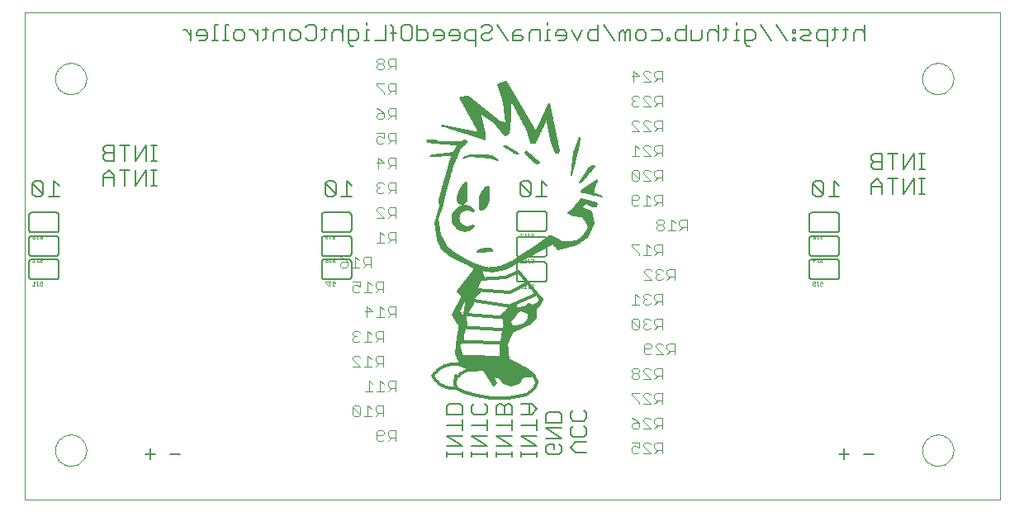
<source format=gbo>
G75*
G70*
%OFA0B0*%
%FSLAX24Y24*%
%IPPOS*%
%LPD*%
%AMOC8*
5,1,8,0,0,1.08239X$1,22.5*
%
%ADD10C,0.0000*%
%ADD11C,0.0060*%
%ADD12C,0.0040*%
%ADD13C,0.0010*%
%ADD14C,0.0050*%
%ADD15C,0.0120*%
D10*
X000190Y000180D02*
X039561Y000180D01*
X039561Y019865D01*
X000190Y019865D01*
X000190Y000180D01*
X001431Y002180D02*
X001433Y002230D01*
X001439Y002280D01*
X001449Y002329D01*
X001463Y002377D01*
X001480Y002424D01*
X001501Y002469D01*
X001526Y002513D01*
X001554Y002554D01*
X001586Y002593D01*
X001620Y002630D01*
X001657Y002664D01*
X001697Y002694D01*
X001739Y002721D01*
X001783Y002745D01*
X001829Y002766D01*
X001876Y002782D01*
X001924Y002795D01*
X001974Y002804D01*
X002023Y002809D01*
X002074Y002810D01*
X002124Y002807D01*
X002173Y002800D01*
X002222Y002789D01*
X002270Y002774D01*
X002316Y002756D01*
X002361Y002734D01*
X002404Y002708D01*
X002445Y002679D01*
X002484Y002647D01*
X002520Y002612D01*
X002552Y002574D01*
X002582Y002534D01*
X002609Y002491D01*
X002632Y002447D01*
X002651Y002401D01*
X002667Y002353D01*
X002679Y002304D01*
X002687Y002255D01*
X002691Y002205D01*
X002691Y002155D01*
X002687Y002105D01*
X002679Y002056D01*
X002667Y002007D01*
X002651Y001959D01*
X002632Y001913D01*
X002609Y001869D01*
X002582Y001826D01*
X002552Y001786D01*
X002520Y001748D01*
X002484Y001713D01*
X002445Y001681D01*
X002404Y001652D01*
X002361Y001626D01*
X002316Y001604D01*
X002270Y001586D01*
X002222Y001571D01*
X002173Y001560D01*
X002124Y001553D01*
X002074Y001550D01*
X002023Y001551D01*
X001974Y001556D01*
X001924Y001565D01*
X001876Y001578D01*
X001829Y001594D01*
X001783Y001615D01*
X001739Y001639D01*
X001697Y001666D01*
X001657Y001696D01*
X001620Y001730D01*
X001586Y001767D01*
X001554Y001806D01*
X001526Y001847D01*
X001501Y001891D01*
X001480Y001936D01*
X001463Y001983D01*
X001449Y002031D01*
X001439Y002080D01*
X001433Y002130D01*
X001431Y002180D01*
X001431Y017180D02*
X001433Y017230D01*
X001439Y017280D01*
X001449Y017329D01*
X001463Y017377D01*
X001480Y017424D01*
X001501Y017469D01*
X001526Y017513D01*
X001554Y017554D01*
X001586Y017593D01*
X001620Y017630D01*
X001657Y017664D01*
X001697Y017694D01*
X001739Y017721D01*
X001783Y017745D01*
X001829Y017766D01*
X001876Y017782D01*
X001924Y017795D01*
X001974Y017804D01*
X002023Y017809D01*
X002074Y017810D01*
X002124Y017807D01*
X002173Y017800D01*
X002222Y017789D01*
X002270Y017774D01*
X002316Y017756D01*
X002361Y017734D01*
X002404Y017708D01*
X002445Y017679D01*
X002484Y017647D01*
X002520Y017612D01*
X002552Y017574D01*
X002582Y017534D01*
X002609Y017491D01*
X002632Y017447D01*
X002651Y017401D01*
X002667Y017353D01*
X002679Y017304D01*
X002687Y017255D01*
X002691Y017205D01*
X002691Y017155D01*
X002687Y017105D01*
X002679Y017056D01*
X002667Y017007D01*
X002651Y016959D01*
X002632Y016913D01*
X002609Y016869D01*
X002582Y016826D01*
X002552Y016786D01*
X002520Y016748D01*
X002484Y016713D01*
X002445Y016681D01*
X002404Y016652D01*
X002361Y016626D01*
X002316Y016604D01*
X002270Y016586D01*
X002222Y016571D01*
X002173Y016560D01*
X002124Y016553D01*
X002074Y016550D01*
X002023Y016551D01*
X001974Y016556D01*
X001924Y016565D01*
X001876Y016578D01*
X001829Y016594D01*
X001783Y016615D01*
X001739Y016639D01*
X001697Y016666D01*
X001657Y016696D01*
X001620Y016730D01*
X001586Y016767D01*
X001554Y016806D01*
X001526Y016847D01*
X001501Y016891D01*
X001480Y016936D01*
X001463Y016983D01*
X001449Y017031D01*
X001439Y017080D01*
X001433Y017130D01*
X001431Y017180D01*
X036431Y017180D02*
X036433Y017230D01*
X036439Y017280D01*
X036449Y017329D01*
X036463Y017377D01*
X036480Y017424D01*
X036501Y017469D01*
X036526Y017513D01*
X036554Y017554D01*
X036586Y017593D01*
X036620Y017630D01*
X036657Y017664D01*
X036697Y017694D01*
X036739Y017721D01*
X036783Y017745D01*
X036829Y017766D01*
X036876Y017782D01*
X036924Y017795D01*
X036974Y017804D01*
X037023Y017809D01*
X037074Y017810D01*
X037124Y017807D01*
X037173Y017800D01*
X037222Y017789D01*
X037270Y017774D01*
X037316Y017756D01*
X037361Y017734D01*
X037404Y017708D01*
X037445Y017679D01*
X037484Y017647D01*
X037520Y017612D01*
X037552Y017574D01*
X037582Y017534D01*
X037609Y017491D01*
X037632Y017447D01*
X037651Y017401D01*
X037667Y017353D01*
X037679Y017304D01*
X037687Y017255D01*
X037691Y017205D01*
X037691Y017155D01*
X037687Y017105D01*
X037679Y017056D01*
X037667Y017007D01*
X037651Y016959D01*
X037632Y016913D01*
X037609Y016869D01*
X037582Y016826D01*
X037552Y016786D01*
X037520Y016748D01*
X037484Y016713D01*
X037445Y016681D01*
X037404Y016652D01*
X037361Y016626D01*
X037316Y016604D01*
X037270Y016586D01*
X037222Y016571D01*
X037173Y016560D01*
X037124Y016553D01*
X037074Y016550D01*
X037023Y016551D01*
X036974Y016556D01*
X036924Y016565D01*
X036876Y016578D01*
X036829Y016594D01*
X036783Y016615D01*
X036739Y016639D01*
X036697Y016666D01*
X036657Y016696D01*
X036620Y016730D01*
X036586Y016767D01*
X036554Y016806D01*
X036526Y016847D01*
X036501Y016891D01*
X036480Y016936D01*
X036463Y016983D01*
X036449Y017031D01*
X036439Y017080D01*
X036433Y017130D01*
X036431Y017180D01*
X036431Y002180D02*
X036433Y002230D01*
X036439Y002280D01*
X036449Y002329D01*
X036463Y002377D01*
X036480Y002424D01*
X036501Y002469D01*
X036526Y002513D01*
X036554Y002554D01*
X036586Y002593D01*
X036620Y002630D01*
X036657Y002664D01*
X036697Y002694D01*
X036739Y002721D01*
X036783Y002745D01*
X036829Y002766D01*
X036876Y002782D01*
X036924Y002795D01*
X036974Y002804D01*
X037023Y002809D01*
X037074Y002810D01*
X037124Y002807D01*
X037173Y002800D01*
X037222Y002789D01*
X037270Y002774D01*
X037316Y002756D01*
X037361Y002734D01*
X037404Y002708D01*
X037445Y002679D01*
X037484Y002647D01*
X037520Y002612D01*
X037552Y002574D01*
X037582Y002534D01*
X037609Y002491D01*
X037632Y002447D01*
X037651Y002401D01*
X037667Y002353D01*
X037679Y002304D01*
X037687Y002255D01*
X037691Y002205D01*
X037691Y002155D01*
X037687Y002105D01*
X037679Y002056D01*
X037667Y002007D01*
X037651Y001959D01*
X037632Y001913D01*
X037609Y001869D01*
X037582Y001826D01*
X037552Y001786D01*
X037520Y001748D01*
X037484Y001713D01*
X037445Y001681D01*
X037404Y001652D01*
X037361Y001626D01*
X037316Y001604D01*
X037270Y001586D01*
X037222Y001571D01*
X037173Y001560D01*
X037124Y001553D01*
X037074Y001550D01*
X037023Y001551D01*
X036974Y001556D01*
X036924Y001565D01*
X036876Y001578D01*
X036829Y001594D01*
X036783Y001615D01*
X036739Y001639D01*
X036697Y001666D01*
X036657Y001696D01*
X036620Y001730D01*
X036586Y001767D01*
X036554Y001806D01*
X036526Y001847D01*
X036501Y001891D01*
X036480Y001936D01*
X036463Y001983D01*
X036449Y002031D01*
X036439Y002080D01*
X036433Y002130D01*
X036431Y002180D01*
D11*
X034483Y002030D02*
X034056Y002030D01*
X033483Y002030D02*
X033056Y002030D01*
X033269Y002244D02*
X033269Y001817D01*
X022881Y002080D02*
X022454Y002080D01*
X022241Y002294D01*
X022454Y002507D01*
X022881Y002507D01*
X022774Y002725D02*
X022347Y002725D01*
X022241Y002831D01*
X022241Y003045D01*
X022347Y003152D01*
X022347Y003369D02*
X022241Y003476D01*
X022241Y003689D01*
X022347Y003796D01*
X022774Y003796D02*
X022881Y003689D01*
X022881Y003476D01*
X022774Y003369D01*
X022347Y003369D01*
X021881Y003299D02*
X021881Y003619D01*
X021774Y003726D01*
X021347Y003726D01*
X021241Y003619D01*
X021241Y003299D01*
X021881Y003299D01*
X021881Y003082D02*
X021241Y003082D01*
X021881Y002655D01*
X021241Y002655D01*
X021347Y002437D02*
X021561Y002437D01*
X021561Y002224D01*
X021774Y002437D02*
X021881Y002330D01*
X021881Y002117D01*
X021774Y002010D01*
X021347Y002010D01*
X021241Y002117D01*
X021241Y002330D01*
X021347Y002437D01*
X020881Y002340D02*
X020241Y002767D01*
X020881Y002767D01*
X020881Y002984D02*
X020881Y003411D01*
X020668Y003629D02*
X020881Y003842D01*
X020668Y004056D01*
X020241Y004056D01*
X020561Y004056D02*
X020561Y003629D01*
X020668Y003629D02*
X020241Y003629D01*
X019881Y003629D02*
X019881Y003949D01*
X019774Y004056D01*
X019668Y004056D01*
X019561Y003949D01*
X019561Y003629D01*
X019561Y003949D02*
X019454Y004056D01*
X019347Y004056D01*
X019241Y003949D01*
X019241Y003629D01*
X019881Y003629D01*
X019881Y003411D02*
X019881Y002984D01*
X019881Y003198D02*
X019241Y003198D01*
X018881Y003198D02*
X018241Y003198D01*
X017881Y003198D02*
X017241Y003198D01*
X017881Y002984D02*
X017881Y003411D01*
X017881Y003629D02*
X017241Y003629D01*
X017241Y003949D01*
X017347Y004056D01*
X017774Y004056D01*
X017881Y003949D01*
X017881Y003629D01*
X018241Y003736D02*
X018241Y003949D01*
X018347Y004056D01*
X018774Y004056D02*
X018881Y003949D01*
X018881Y003736D01*
X018774Y003629D01*
X018347Y003629D01*
X018241Y003736D01*
X018881Y003411D02*
X018881Y002984D01*
X018881Y002767D02*
X018241Y002767D01*
X018881Y002340D01*
X018241Y002340D01*
X018241Y002124D02*
X018241Y001910D01*
X018241Y002017D02*
X018881Y002017D01*
X018881Y001910D02*
X018881Y002124D01*
X019241Y002124D02*
X019241Y001910D01*
X019241Y002017D02*
X019881Y002017D01*
X019881Y001910D02*
X019881Y002124D01*
X019881Y002340D02*
X019241Y002767D01*
X019881Y002767D01*
X019881Y002340D02*
X019241Y002340D01*
X020241Y002340D02*
X020881Y002340D01*
X020881Y002124D02*
X020881Y001910D01*
X020881Y002017D02*
X020241Y002017D01*
X020241Y001910D02*
X020241Y002124D01*
X020241Y003198D02*
X020881Y003198D01*
X022774Y003152D02*
X022881Y003045D01*
X022881Y002831D01*
X022774Y002725D01*
X017881Y002767D02*
X017241Y002767D01*
X017881Y002340D01*
X017241Y002340D01*
X017241Y002124D02*
X017241Y001910D01*
X017241Y002017D02*
X017881Y002017D01*
X017881Y001910D02*
X017881Y002124D01*
X006483Y002030D02*
X006056Y002030D01*
X005483Y002030D02*
X005056Y002030D01*
X005269Y002244D02*
X005269Y001817D01*
X001478Y009085D02*
X000478Y009085D01*
X000461Y009087D01*
X000444Y009091D01*
X000428Y009098D01*
X000414Y009108D01*
X000401Y009121D01*
X000391Y009135D01*
X000384Y009151D01*
X000380Y009168D01*
X000378Y009185D01*
X000378Y009785D01*
X000380Y009802D01*
X000384Y009819D01*
X000391Y009835D01*
X000401Y009849D01*
X000414Y009862D01*
X000428Y009872D01*
X000444Y009879D01*
X000461Y009883D01*
X000478Y009885D01*
X001478Y009885D01*
X001495Y009883D01*
X001512Y009879D01*
X001528Y009872D01*
X001542Y009862D01*
X001555Y009849D01*
X001565Y009835D01*
X001572Y009819D01*
X001576Y009802D01*
X001578Y009785D01*
X001578Y009185D01*
X001576Y009168D01*
X001572Y009151D01*
X001565Y009135D01*
X001555Y009121D01*
X001542Y009108D01*
X001528Y009098D01*
X001512Y009091D01*
X001495Y009087D01*
X001478Y009085D01*
X001478Y010030D02*
X000478Y010030D01*
X000461Y010032D01*
X000444Y010036D01*
X000428Y010043D01*
X000414Y010053D01*
X000401Y010066D01*
X000391Y010080D01*
X000384Y010096D01*
X000380Y010113D01*
X000378Y010130D01*
X000378Y010730D01*
X000380Y010747D01*
X000384Y010764D01*
X000391Y010780D01*
X000401Y010794D01*
X000414Y010807D01*
X000428Y010817D01*
X000444Y010824D01*
X000461Y010828D01*
X000478Y010830D01*
X001478Y010830D01*
X001495Y010828D01*
X001512Y010824D01*
X001528Y010817D01*
X001542Y010807D01*
X001555Y010794D01*
X001565Y010780D01*
X001572Y010764D01*
X001576Y010747D01*
X001578Y010730D01*
X001578Y010130D01*
X001576Y010113D01*
X001572Y010096D01*
X001565Y010080D01*
X001555Y010066D01*
X001542Y010053D01*
X001528Y010043D01*
X001512Y010036D01*
X001495Y010032D01*
X001478Y010030D01*
X001478Y010975D02*
X000478Y010975D01*
X000461Y010977D01*
X000444Y010981D01*
X000428Y010988D01*
X000414Y010998D01*
X000401Y011011D01*
X000391Y011025D01*
X000384Y011041D01*
X000380Y011058D01*
X000378Y011075D01*
X000378Y011675D01*
X000380Y011692D01*
X000384Y011709D01*
X000391Y011725D01*
X000401Y011739D01*
X000414Y011752D01*
X000428Y011762D01*
X000444Y011769D01*
X000461Y011773D01*
X000478Y011775D01*
X001478Y011775D01*
X001495Y011773D01*
X001512Y011769D01*
X001528Y011762D01*
X001542Y011752D01*
X001555Y011739D01*
X001565Y011725D01*
X001572Y011709D01*
X001576Y011692D01*
X001578Y011675D01*
X001578Y011075D01*
X001576Y011058D01*
X001572Y011041D01*
X001565Y011025D01*
X001555Y011011D01*
X001542Y010998D01*
X001528Y010988D01*
X001512Y010981D01*
X001495Y010977D01*
X001478Y010975D01*
X001379Y012415D02*
X001379Y013055D01*
X001592Y012842D01*
X000948Y012949D02*
X000948Y012521D01*
X000521Y012949D01*
X000521Y012521D01*
X000628Y012415D01*
X000841Y012415D01*
X000948Y012521D01*
X001165Y012415D02*
X001592Y012415D01*
X000948Y012949D02*
X000841Y013055D01*
X000628Y013055D01*
X000521Y012949D01*
X003378Y012860D02*
X003378Y013287D01*
X003592Y013501D01*
X003805Y013287D01*
X003805Y012860D01*
X003805Y013180D02*
X003378Y013180D01*
X004023Y013501D02*
X004450Y013501D01*
X004236Y013501D02*
X004236Y012860D01*
X004667Y012860D02*
X004667Y013501D01*
X005094Y013501D02*
X004667Y012860D01*
X005094Y012860D02*
X005094Y013501D01*
X005310Y013501D02*
X005524Y013501D01*
X005417Y013501D02*
X005417Y012860D01*
X005524Y012860D02*
X005310Y012860D01*
X005310Y013860D02*
X005524Y013860D01*
X005417Y013860D02*
X005417Y014501D01*
X005524Y014501D02*
X005310Y014501D01*
X005094Y014501D02*
X004667Y013860D01*
X004667Y014501D01*
X004450Y014501D02*
X004023Y014501D01*
X004236Y014501D02*
X004236Y013860D01*
X003805Y013860D02*
X003485Y013860D01*
X003378Y013967D01*
X003378Y014074D01*
X003485Y014180D01*
X003805Y014180D01*
X003805Y013860D02*
X003805Y014501D01*
X003485Y014501D01*
X003378Y014394D01*
X003378Y014287D01*
X003485Y014180D01*
X005094Y013860D02*
X005094Y014501D01*
X012189Y011675D02*
X012189Y011075D01*
X012191Y011058D01*
X012195Y011041D01*
X012202Y011025D01*
X012212Y011011D01*
X012225Y010998D01*
X012239Y010988D01*
X012255Y010981D01*
X012272Y010977D01*
X012289Y010975D01*
X013289Y010975D01*
X013306Y010977D01*
X013323Y010981D01*
X013339Y010988D01*
X013353Y010998D01*
X013366Y011011D01*
X013376Y011025D01*
X013383Y011041D01*
X013387Y011058D01*
X013389Y011075D01*
X013389Y011675D01*
X013387Y011692D01*
X013383Y011709D01*
X013376Y011725D01*
X013366Y011739D01*
X013353Y011752D01*
X013339Y011762D01*
X013323Y011769D01*
X013306Y011773D01*
X013289Y011775D01*
X012289Y011775D01*
X012272Y011773D01*
X012255Y011769D01*
X012239Y011762D01*
X012225Y011752D01*
X012212Y011739D01*
X012202Y011725D01*
X012195Y011709D01*
X012191Y011692D01*
X012189Y011675D01*
X012439Y012415D02*
X012652Y012415D01*
X012759Y012521D01*
X012332Y012949D01*
X012332Y012521D01*
X012439Y012415D01*
X012759Y012521D02*
X012759Y012949D01*
X012652Y013055D01*
X012439Y013055D01*
X012332Y012949D01*
X013190Y013055D02*
X013403Y012842D01*
X013190Y013055D02*
X013190Y012415D01*
X013403Y012415D02*
X012976Y012415D01*
X013289Y010830D02*
X012289Y010830D01*
X012272Y010828D01*
X012255Y010824D01*
X012239Y010817D01*
X012225Y010807D01*
X012212Y010794D01*
X012202Y010780D01*
X012195Y010764D01*
X012191Y010747D01*
X012189Y010730D01*
X012189Y010130D01*
X012191Y010113D01*
X012195Y010096D01*
X012202Y010080D01*
X012212Y010066D01*
X012225Y010053D01*
X012239Y010043D01*
X012255Y010036D01*
X012272Y010032D01*
X012289Y010030D01*
X013289Y010030D01*
X013306Y010032D01*
X013323Y010036D01*
X013339Y010043D01*
X013353Y010053D01*
X013366Y010066D01*
X013376Y010080D01*
X013383Y010096D01*
X013387Y010113D01*
X013389Y010130D01*
X013389Y010730D01*
X013387Y010747D01*
X013383Y010764D01*
X013376Y010780D01*
X013366Y010794D01*
X013353Y010807D01*
X013339Y010817D01*
X013323Y010824D01*
X013306Y010828D01*
X013289Y010830D01*
X013289Y009885D02*
X012289Y009885D01*
X012272Y009883D01*
X012255Y009879D01*
X012239Y009872D01*
X012225Y009862D01*
X012212Y009849D01*
X012202Y009835D01*
X012195Y009819D01*
X012191Y009802D01*
X012189Y009785D01*
X012189Y009185D01*
X012191Y009168D01*
X012195Y009151D01*
X012202Y009135D01*
X012212Y009121D01*
X012225Y009108D01*
X012239Y009098D01*
X012255Y009091D01*
X012272Y009087D01*
X012289Y009085D01*
X013289Y009085D01*
X013306Y009087D01*
X013323Y009091D01*
X013339Y009098D01*
X013353Y009108D01*
X013366Y009121D01*
X013376Y009135D01*
X013383Y009151D01*
X013387Y009168D01*
X013389Y009185D01*
X013389Y009785D01*
X013387Y009802D01*
X013383Y009819D01*
X013376Y009835D01*
X013366Y009849D01*
X013353Y009862D01*
X013339Y009872D01*
X013323Y009879D01*
X013306Y009883D01*
X013289Y009885D01*
X020063Y009679D02*
X020063Y009079D01*
X020065Y009062D01*
X020069Y009045D01*
X020076Y009029D01*
X020086Y009015D01*
X020099Y009002D01*
X020113Y008992D01*
X020129Y008985D01*
X020146Y008981D01*
X020163Y008979D01*
X021163Y008979D01*
X021180Y008981D01*
X021197Y008985D01*
X021213Y008992D01*
X021227Y009002D01*
X021240Y009015D01*
X021250Y009029D01*
X021257Y009045D01*
X021261Y009062D01*
X021263Y009079D01*
X021263Y009679D01*
X021261Y009696D01*
X021257Y009713D01*
X021250Y009729D01*
X021240Y009743D01*
X021227Y009756D01*
X021213Y009766D01*
X021197Y009773D01*
X021180Y009777D01*
X021163Y009779D01*
X020163Y009779D01*
X020146Y009777D01*
X020129Y009773D01*
X020113Y009766D01*
X020099Y009756D01*
X020086Y009743D01*
X020076Y009729D01*
X020069Y009713D01*
X020065Y009696D01*
X020063Y009679D01*
X020163Y010002D02*
X021163Y010002D01*
X021180Y010004D01*
X021197Y010008D01*
X021213Y010015D01*
X021227Y010025D01*
X021240Y010038D01*
X021250Y010052D01*
X021257Y010068D01*
X021261Y010085D01*
X021263Y010102D01*
X021263Y010702D01*
X021261Y010719D01*
X021257Y010736D01*
X021250Y010752D01*
X021240Y010766D01*
X021227Y010779D01*
X021213Y010789D01*
X021197Y010796D01*
X021180Y010800D01*
X021163Y010802D01*
X020163Y010802D01*
X020146Y010800D01*
X020129Y010796D01*
X020113Y010789D01*
X020099Y010779D01*
X020086Y010766D01*
X020076Y010752D01*
X020069Y010736D01*
X020065Y010719D01*
X020063Y010702D01*
X020063Y010102D01*
X020065Y010085D01*
X020069Y010068D01*
X020076Y010052D01*
X020086Y010038D01*
X020099Y010025D01*
X020113Y010015D01*
X020129Y010008D01*
X020146Y010004D01*
X020163Y010002D01*
X020163Y011026D02*
X021163Y011026D01*
X021180Y011028D01*
X021197Y011032D01*
X021213Y011039D01*
X021227Y011049D01*
X021240Y011062D01*
X021250Y011076D01*
X021257Y011092D01*
X021261Y011109D01*
X021263Y011126D01*
X021263Y011726D01*
X021261Y011743D01*
X021257Y011760D01*
X021250Y011776D01*
X021240Y011790D01*
X021227Y011803D01*
X021213Y011813D01*
X021197Y011820D01*
X021180Y011824D01*
X021163Y011826D01*
X020163Y011826D01*
X020146Y011824D01*
X020129Y011820D01*
X020113Y011813D01*
X020099Y011803D01*
X020086Y011790D01*
X020076Y011776D01*
X020069Y011760D01*
X020065Y011743D01*
X020063Y011726D01*
X020063Y011126D01*
X020065Y011109D01*
X020069Y011092D01*
X020076Y011076D01*
X020086Y011062D01*
X020099Y011049D01*
X020113Y011039D01*
X020129Y011032D01*
X020146Y011028D01*
X020163Y011026D01*
X020313Y012415D02*
X020526Y012415D01*
X020633Y012521D01*
X020206Y012949D01*
X020206Y012521D01*
X020313Y012415D01*
X020633Y012521D02*
X020633Y012949D01*
X020526Y013055D01*
X020313Y013055D01*
X020206Y012949D01*
X020850Y012415D02*
X021277Y012415D01*
X021064Y012415D02*
X021064Y013055D01*
X021277Y012842D01*
X031874Y011675D02*
X031874Y011075D01*
X031876Y011058D01*
X031880Y011041D01*
X031887Y011025D01*
X031897Y011011D01*
X031910Y010998D01*
X031924Y010988D01*
X031940Y010981D01*
X031957Y010977D01*
X031974Y010975D01*
X032974Y010975D01*
X032991Y010977D01*
X033008Y010981D01*
X033024Y010988D01*
X033038Y010998D01*
X033051Y011011D01*
X033061Y011025D01*
X033068Y011041D01*
X033072Y011058D01*
X033074Y011075D01*
X033074Y011675D01*
X033072Y011692D01*
X033068Y011709D01*
X033061Y011725D01*
X033051Y011739D01*
X033038Y011752D01*
X033024Y011762D01*
X033008Y011769D01*
X032991Y011773D01*
X032974Y011775D01*
X031974Y011775D01*
X031957Y011773D01*
X031940Y011769D01*
X031924Y011762D01*
X031910Y011752D01*
X031897Y011739D01*
X031887Y011725D01*
X031880Y011709D01*
X031876Y011692D01*
X031874Y011675D01*
X032124Y012415D02*
X032337Y012415D01*
X032444Y012521D01*
X032017Y012949D01*
X032017Y012521D01*
X032124Y012415D01*
X032444Y012521D02*
X032444Y012949D01*
X032337Y013055D01*
X032124Y013055D01*
X032017Y012949D01*
X032875Y013055D02*
X032875Y012415D01*
X033088Y012415D02*
X032661Y012415D01*
X033088Y012842D02*
X032875Y013055D01*
X034378Y012937D02*
X034378Y012510D01*
X034805Y012510D02*
X034805Y012937D01*
X034592Y013151D01*
X034378Y012937D01*
X034378Y012830D02*
X034805Y012830D01*
X035023Y013151D02*
X035450Y013151D01*
X035236Y013151D02*
X035236Y012510D01*
X035667Y012510D02*
X035667Y013151D01*
X036094Y013151D02*
X035667Y012510D01*
X036094Y012510D02*
X036094Y013151D01*
X036310Y013151D02*
X036524Y013151D01*
X036417Y013151D02*
X036417Y012510D01*
X036524Y012510D02*
X036310Y012510D01*
X036310Y013510D02*
X036524Y013510D01*
X036417Y013510D02*
X036417Y014151D01*
X036524Y014151D02*
X036310Y014151D01*
X036094Y014151D02*
X035667Y013510D01*
X035667Y014151D01*
X035450Y014151D02*
X035023Y014151D01*
X035236Y014151D02*
X035236Y013510D01*
X034805Y013510D02*
X034485Y013510D01*
X034378Y013617D01*
X034378Y013724D01*
X034485Y013830D01*
X034805Y013830D01*
X034805Y013510D02*
X034805Y014151D01*
X034485Y014151D01*
X034378Y014044D01*
X034378Y013937D01*
X034485Y013830D01*
X036094Y013510D02*
X036094Y014151D01*
X032974Y010830D02*
X031974Y010830D01*
X031957Y010828D01*
X031940Y010824D01*
X031924Y010817D01*
X031910Y010807D01*
X031897Y010794D01*
X031887Y010780D01*
X031880Y010764D01*
X031876Y010747D01*
X031874Y010730D01*
X031874Y010130D01*
X031876Y010113D01*
X031880Y010096D01*
X031887Y010080D01*
X031897Y010066D01*
X031910Y010053D01*
X031924Y010043D01*
X031940Y010036D01*
X031957Y010032D01*
X031974Y010030D01*
X032974Y010030D01*
X032991Y010032D01*
X033008Y010036D01*
X033024Y010043D01*
X033038Y010053D01*
X033051Y010066D01*
X033061Y010080D01*
X033068Y010096D01*
X033072Y010113D01*
X033074Y010130D01*
X033074Y010730D01*
X033072Y010747D01*
X033068Y010764D01*
X033061Y010780D01*
X033051Y010794D01*
X033038Y010807D01*
X033024Y010817D01*
X033008Y010824D01*
X032991Y010828D01*
X032974Y010830D01*
X032974Y009885D02*
X031974Y009885D01*
X031957Y009883D01*
X031940Y009879D01*
X031924Y009872D01*
X031910Y009862D01*
X031897Y009849D01*
X031887Y009835D01*
X031880Y009819D01*
X031876Y009802D01*
X031874Y009785D01*
X031874Y009185D01*
X031876Y009168D01*
X031880Y009151D01*
X031887Y009135D01*
X031897Y009121D01*
X031910Y009108D01*
X031924Y009098D01*
X031940Y009091D01*
X031957Y009087D01*
X031974Y009085D01*
X032974Y009085D01*
X032991Y009087D01*
X033008Y009091D01*
X033024Y009098D01*
X033038Y009108D01*
X033051Y009121D01*
X033061Y009135D01*
X033068Y009151D01*
X033072Y009168D01*
X033074Y009185D01*
X033074Y009785D01*
X033072Y009802D01*
X033068Y009819D01*
X033061Y009835D01*
X033051Y009849D01*
X033038Y009862D01*
X033024Y009872D01*
X033008Y009879D01*
X032991Y009883D01*
X032974Y009885D01*
X032593Y018500D02*
X032593Y019141D01*
X032273Y019141D01*
X032166Y019034D01*
X032166Y018821D01*
X032273Y018714D01*
X032593Y018714D01*
X032809Y018714D02*
X032916Y018821D01*
X032916Y019248D01*
X033023Y019141D02*
X032809Y019141D01*
X033239Y019141D02*
X033453Y019141D01*
X033346Y019248D02*
X033346Y018821D01*
X033239Y018714D01*
X033670Y018714D02*
X033670Y019034D01*
X033777Y019141D01*
X033990Y019141D01*
X034097Y019034D01*
X034097Y019354D02*
X034097Y018714D01*
X031949Y018714D02*
X031628Y018714D01*
X031522Y018821D01*
X031628Y018927D01*
X031842Y018927D01*
X031949Y019034D01*
X031842Y019141D01*
X031522Y019141D01*
X031304Y019141D02*
X031304Y019034D01*
X031197Y019034D01*
X031197Y019141D01*
X031304Y019141D01*
X031304Y018821D02*
X031304Y018714D01*
X031197Y018714D01*
X031197Y018821D01*
X031304Y018821D01*
X030982Y018714D02*
X030555Y019354D01*
X029910Y019354D02*
X030337Y018714D01*
X029693Y018821D02*
X029586Y018714D01*
X029266Y018714D01*
X029266Y018607D02*
X029266Y019141D01*
X029586Y019141D01*
X029693Y019034D01*
X029693Y018821D01*
X029479Y018500D02*
X029372Y018500D01*
X029266Y018607D01*
X029048Y018714D02*
X028835Y018714D01*
X028941Y018714D02*
X028941Y019141D01*
X029048Y019141D01*
X028941Y019354D02*
X028941Y019461D01*
X028512Y019248D02*
X028512Y018821D01*
X028405Y018714D01*
X028189Y018714D02*
X028189Y019354D01*
X028082Y019141D02*
X027868Y019141D01*
X027762Y019034D01*
X027762Y018714D01*
X027544Y018821D02*
X027437Y018714D01*
X027117Y018714D01*
X027117Y019141D01*
X026900Y019141D02*
X026579Y019141D01*
X026473Y019034D01*
X026473Y018821D01*
X026579Y018714D01*
X026900Y018714D01*
X026900Y019354D01*
X027544Y019141D02*
X027544Y018821D01*
X028082Y019141D02*
X028189Y019034D01*
X028405Y019141D02*
X028618Y019141D01*
X026255Y018821D02*
X026148Y018821D01*
X026148Y018714D01*
X026255Y018714D01*
X026255Y018821D01*
X025933Y018821D02*
X025933Y019034D01*
X025826Y019141D01*
X025506Y019141D01*
X025288Y019034D02*
X025288Y018821D01*
X025181Y018714D01*
X024968Y018714D01*
X024861Y018821D01*
X024861Y019034D01*
X024968Y019141D01*
X025181Y019141D01*
X025288Y019034D01*
X025506Y018714D02*
X025826Y018714D01*
X025933Y018821D01*
X024644Y018714D02*
X024644Y019141D01*
X024537Y019141D01*
X024430Y019034D01*
X024323Y019141D01*
X024217Y019034D01*
X024217Y018714D01*
X024430Y018714D02*
X024430Y019034D01*
X023999Y018714D02*
X023572Y019354D01*
X023355Y019354D02*
X023355Y018714D01*
X023034Y018714D01*
X022928Y018821D01*
X022928Y019034D01*
X023034Y019141D01*
X023355Y019141D01*
X022710Y019141D02*
X022497Y018714D01*
X022283Y019141D01*
X022065Y019034D02*
X021959Y019141D01*
X021745Y019141D01*
X021638Y019034D01*
X021638Y018927D01*
X022065Y018927D01*
X022065Y018821D02*
X022065Y019034D01*
X022065Y018821D02*
X021959Y018714D01*
X021745Y018714D01*
X021421Y018714D02*
X021207Y018714D01*
X021314Y018714D02*
X021314Y019141D01*
X021421Y019141D01*
X021314Y019354D02*
X021314Y019461D01*
X020991Y019141D02*
X020671Y019141D01*
X020564Y019034D01*
X020564Y018714D01*
X020347Y018821D02*
X020240Y018927D01*
X019920Y018927D01*
X019920Y019034D02*
X019920Y018714D01*
X020240Y018714D01*
X020347Y018821D01*
X020026Y019141D02*
X019920Y019034D01*
X020026Y019141D02*
X020240Y019141D01*
X019702Y018714D02*
X019275Y019354D01*
X019058Y019248D02*
X019058Y019141D01*
X018951Y019034D01*
X018737Y019034D01*
X018631Y018927D01*
X018631Y018821D01*
X018737Y018714D01*
X018951Y018714D01*
X019058Y018821D01*
X018413Y018714D02*
X018093Y018714D01*
X017986Y018821D01*
X017986Y019034D01*
X018093Y019141D01*
X018413Y019141D01*
X018413Y018500D01*
X017768Y018821D02*
X017768Y019034D01*
X017662Y019141D01*
X017448Y019141D01*
X017341Y019034D01*
X017341Y018927D01*
X017768Y018927D01*
X017768Y018821D02*
X017662Y018714D01*
X017448Y018714D01*
X017124Y018821D02*
X017124Y019034D01*
X017017Y019141D01*
X016804Y019141D01*
X016697Y019034D01*
X016697Y018927D01*
X017124Y018927D01*
X017124Y018821D02*
X017017Y018714D01*
X016804Y018714D01*
X016479Y018821D02*
X016479Y019034D01*
X016373Y019141D01*
X016052Y019141D01*
X016052Y019354D02*
X016052Y018714D01*
X016373Y018714D01*
X016479Y018821D01*
X015835Y018821D02*
X015728Y018714D01*
X015515Y018714D01*
X015408Y018821D01*
X015408Y019248D01*
X015515Y019354D01*
X015728Y019354D01*
X015835Y019248D01*
X015835Y018821D01*
X015190Y019034D02*
X014977Y019034D01*
X015084Y019248D02*
X015084Y018714D01*
X014761Y018714D02*
X014334Y018714D01*
X014116Y018714D02*
X013903Y018714D01*
X014009Y018714D02*
X014009Y019141D01*
X014116Y019141D01*
X014009Y019354D02*
X014009Y019461D01*
X013580Y019141D02*
X013686Y019034D01*
X013686Y018821D01*
X013580Y018714D01*
X013259Y018714D01*
X013259Y018607D02*
X013259Y019141D01*
X013580Y019141D01*
X013042Y019034D02*
X012935Y019141D01*
X012722Y019141D01*
X012615Y019034D01*
X012615Y018714D01*
X012290Y018821D02*
X012184Y018714D01*
X012290Y018821D02*
X012290Y019248D01*
X012184Y019141D02*
X012397Y019141D01*
X011968Y019248D02*
X011968Y018821D01*
X011861Y018714D01*
X011647Y018714D01*
X011540Y018821D01*
X011323Y018821D02*
X011323Y019034D01*
X011216Y019141D01*
X011003Y019141D01*
X010896Y019034D01*
X010896Y018821D01*
X011003Y018714D01*
X011216Y018714D01*
X011323Y018821D01*
X010678Y018714D02*
X010678Y019141D01*
X010358Y019141D01*
X010251Y019034D01*
X010251Y018714D01*
X009927Y018821D02*
X009820Y018714D01*
X009927Y018821D02*
X009927Y019248D01*
X010034Y019141D02*
X009820Y019141D01*
X009604Y019141D02*
X009604Y018714D01*
X009604Y018927D02*
X009391Y019141D01*
X009284Y019141D01*
X009067Y019034D02*
X009067Y018821D01*
X008960Y018714D01*
X008747Y018714D01*
X008640Y018821D01*
X008640Y019034D01*
X008747Y019141D01*
X008960Y019141D01*
X009067Y019034D01*
X008423Y018714D02*
X008209Y018714D01*
X008316Y018714D02*
X008316Y019354D01*
X008423Y019354D01*
X007993Y019354D02*
X007886Y019354D01*
X007886Y018714D01*
X007993Y018714D02*
X007779Y018714D01*
X007563Y018821D02*
X007563Y019034D01*
X007456Y019141D01*
X007243Y019141D01*
X007136Y019034D01*
X007136Y018927D01*
X007563Y018927D01*
X007563Y018821D02*
X007456Y018714D01*
X007243Y018714D01*
X006919Y018714D02*
X006919Y019141D01*
X006919Y018927D02*
X006705Y019141D01*
X006598Y019141D01*
X011540Y019248D02*
X011647Y019354D01*
X011861Y019354D01*
X011968Y019248D01*
X013042Y019354D02*
X013042Y018714D01*
X013259Y018607D02*
X013366Y018500D01*
X013473Y018500D01*
X014761Y018714D02*
X014761Y019354D01*
X014977Y019354D02*
X015084Y019248D01*
X018631Y019248D02*
X018737Y019354D01*
X018951Y019354D01*
X019058Y019248D01*
X020991Y019141D02*
X020991Y018714D01*
D12*
X024773Y017503D02*
X024773Y017043D01*
X024696Y017273D02*
X025003Y017273D01*
X024773Y017503D01*
X025156Y017426D02*
X025233Y017503D01*
X025387Y017503D01*
X025463Y017426D01*
X025617Y017426D02*
X025617Y017273D01*
X025694Y017196D01*
X025924Y017196D01*
X025924Y017043D02*
X025924Y017503D01*
X025694Y017503D01*
X025617Y017426D01*
X025770Y017196D02*
X025617Y017043D01*
X025463Y017043D02*
X025156Y017349D01*
X025156Y017426D01*
X025156Y017043D02*
X025463Y017043D01*
X025387Y016503D02*
X025463Y016426D01*
X025387Y016503D02*
X025233Y016503D01*
X025156Y016426D01*
X025156Y016349D01*
X025463Y016043D01*
X025156Y016043D01*
X025003Y016119D02*
X024926Y016043D01*
X024773Y016043D01*
X024696Y016119D01*
X024696Y016196D01*
X024773Y016273D01*
X024849Y016273D01*
X024773Y016273D02*
X024696Y016349D01*
X024696Y016426D01*
X024773Y016503D01*
X024926Y016503D01*
X025003Y016426D01*
X025617Y016426D02*
X025617Y016273D01*
X025694Y016196D01*
X025924Y016196D01*
X025924Y016043D02*
X025924Y016503D01*
X025694Y016503D01*
X025617Y016426D01*
X025770Y016196D02*
X025617Y016043D01*
X025694Y015503D02*
X025617Y015426D01*
X025617Y015273D01*
X025694Y015196D01*
X025924Y015196D01*
X025924Y015043D02*
X025924Y015503D01*
X025694Y015503D01*
X025463Y015426D02*
X025387Y015503D01*
X025233Y015503D01*
X025156Y015426D01*
X025156Y015349D01*
X025463Y015043D01*
X025156Y015043D01*
X025003Y015043D02*
X024696Y015349D01*
X024696Y015426D01*
X024773Y015503D01*
X024926Y015503D01*
X025003Y015426D01*
X025003Y015043D02*
X024696Y015043D01*
X025617Y015043D02*
X025770Y015196D01*
X025694Y014503D02*
X025617Y014426D01*
X025617Y014273D01*
X025694Y014196D01*
X025924Y014196D01*
X025924Y014043D02*
X025924Y014503D01*
X025694Y014503D01*
X025463Y014426D02*
X025387Y014503D01*
X025233Y014503D01*
X025156Y014426D01*
X025156Y014349D01*
X025463Y014043D01*
X025156Y014043D01*
X025003Y014043D02*
X024696Y014043D01*
X024849Y014043D02*
X024849Y014503D01*
X025003Y014349D01*
X025617Y014043D02*
X025770Y014196D01*
X025694Y013503D02*
X025617Y013426D01*
X025617Y013273D01*
X025694Y013196D01*
X025924Y013196D01*
X025924Y013043D02*
X025924Y013503D01*
X025694Y013503D01*
X025463Y013426D02*
X025387Y013503D01*
X025233Y013503D01*
X025156Y013426D01*
X025156Y013349D01*
X025463Y013043D01*
X025156Y013043D01*
X025003Y013119D02*
X024696Y013426D01*
X024696Y013119D01*
X024773Y013043D01*
X024926Y013043D01*
X025003Y013119D01*
X025003Y013426D01*
X024926Y013503D01*
X024773Y013503D01*
X024696Y013426D01*
X025617Y013043D02*
X025770Y013196D01*
X025694Y012503D02*
X025617Y012426D01*
X025617Y012273D01*
X025694Y012196D01*
X025924Y012196D01*
X025924Y012043D02*
X025924Y012503D01*
X025694Y012503D01*
X025463Y012349D02*
X025310Y012503D01*
X025310Y012043D01*
X025463Y012043D02*
X025156Y012043D01*
X025003Y012119D02*
X024926Y012043D01*
X024773Y012043D01*
X024696Y012119D01*
X024696Y012426D01*
X024773Y012503D01*
X024926Y012503D01*
X025003Y012426D01*
X025003Y012349D01*
X024926Y012273D01*
X024696Y012273D01*
X025617Y012043D02*
X025770Y012196D01*
X025773Y011503D02*
X025696Y011426D01*
X025696Y011349D01*
X025773Y011273D01*
X025926Y011273D01*
X026003Y011349D01*
X026003Y011426D01*
X025926Y011503D01*
X025773Y011503D01*
X025773Y011273D02*
X025696Y011196D01*
X025696Y011119D01*
X025773Y011043D01*
X025926Y011043D01*
X026003Y011119D01*
X026003Y011196D01*
X025926Y011273D01*
X026156Y011043D02*
X026463Y011043D01*
X026310Y011043D02*
X026310Y011503D01*
X026463Y011349D01*
X026617Y011273D02*
X026694Y011196D01*
X026924Y011196D01*
X026924Y011043D02*
X026924Y011503D01*
X026694Y011503D01*
X026617Y011426D01*
X026617Y011273D01*
X026770Y011196D02*
X026617Y011043D01*
X025924Y010503D02*
X025694Y010503D01*
X025617Y010426D01*
X025617Y010273D01*
X025694Y010196D01*
X025924Y010196D01*
X025924Y010043D02*
X025924Y010503D01*
X025463Y010349D02*
X025310Y010503D01*
X025310Y010043D01*
X025463Y010043D02*
X025156Y010043D01*
X025003Y010043D02*
X025003Y010119D01*
X024696Y010426D01*
X024696Y010503D01*
X025003Y010503D01*
X025617Y010043D02*
X025770Y010196D01*
X025733Y009503D02*
X025656Y009426D01*
X025656Y009349D01*
X025733Y009273D01*
X025656Y009196D01*
X025656Y009119D01*
X025733Y009043D01*
X025887Y009043D01*
X025963Y009119D01*
X026117Y009043D02*
X026270Y009196D01*
X026194Y009196D02*
X026424Y009196D01*
X026424Y009043D02*
X026424Y009503D01*
X026194Y009503D01*
X026117Y009426D01*
X026117Y009273D01*
X026194Y009196D01*
X025810Y009273D02*
X025733Y009273D01*
X025733Y009503D02*
X025887Y009503D01*
X025963Y009426D01*
X025503Y009426D02*
X025426Y009503D01*
X025273Y009503D01*
X025196Y009426D01*
X025196Y009349D01*
X025503Y009043D01*
X025196Y009043D01*
X025233Y008503D02*
X025156Y008426D01*
X025156Y008349D01*
X025233Y008273D01*
X025156Y008196D01*
X025156Y008119D01*
X025233Y008043D01*
X025387Y008043D01*
X025463Y008119D01*
X025617Y008043D02*
X025770Y008196D01*
X025694Y008196D02*
X025924Y008196D01*
X025924Y008043D02*
X025924Y008503D01*
X025694Y008503D01*
X025617Y008426D01*
X025617Y008273D01*
X025694Y008196D01*
X025310Y008273D02*
X025233Y008273D01*
X025233Y008503D02*
X025387Y008503D01*
X025463Y008426D01*
X025003Y008349D02*
X024849Y008503D01*
X024849Y008043D01*
X024696Y008043D02*
X025003Y008043D01*
X024926Y007503D02*
X024773Y007503D01*
X024696Y007426D01*
X025003Y007119D01*
X024926Y007043D01*
X024773Y007043D01*
X024696Y007119D01*
X024696Y007426D01*
X024926Y007503D02*
X025003Y007426D01*
X025003Y007119D01*
X025156Y007119D02*
X025233Y007043D01*
X025387Y007043D01*
X025463Y007119D01*
X025617Y007043D02*
X025770Y007196D01*
X025694Y007196D02*
X025924Y007196D01*
X025924Y007043D02*
X025924Y007503D01*
X025694Y007503D01*
X025617Y007426D01*
X025617Y007273D01*
X025694Y007196D01*
X025310Y007273D02*
X025233Y007273D01*
X025156Y007196D01*
X025156Y007119D01*
X025233Y007273D02*
X025156Y007349D01*
X025156Y007426D01*
X025233Y007503D01*
X025387Y007503D01*
X025463Y007426D01*
X025426Y006503D02*
X025503Y006426D01*
X025503Y006349D01*
X025426Y006273D01*
X025196Y006273D01*
X025196Y006426D02*
X025196Y006119D01*
X025273Y006043D01*
X025426Y006043D01*
X025503Y006119D01*
X025656Y006043D02*
X025963Y006043D01*
X025656Y006349D01*
X025656Y006426D01*
X025733Y006503D01*
X025887Y006503D01*
X025963Y006426D01*
X026117Y006426D02*
X026117Y006273D01*
X026194Y006196D01*
X026424Y006196D01*
X026424Y006043D02*
X026424Y006503D01*
X026194Y006503D01*
X026117Y006426D01*
X026270Y006196D02*
X026117Y006043D01*
X025426Y006503D02*
X025273Y006503D01*
X025196Y006426D01*
X025233Y005503D02*
X025387Y005503D01*
X025463Y005426D01*
X025617Y005426D02*
X025617Y005273D01*
X025694Y005196D01*
X025924Y005196D01*
X025924Y005043D02*
X025924Y005503D01*
X025694Y005503D01*
X025617Y005426D01*
X025233Y005503D02*
X025156Y005426D01*
X025156Y005349D01*
X025463Y005043D01*
X025156Y005043D01*
X025003Y005119D02*
X025003Y005196D01*
X024926Y005273D01*
X024773Y005273D01*
X024696Y005196D01*
X024696Y005119D01*
X024773Y005043D01*
X024926Y005043D01*
X025003Y005119D01*
X024926Y005273D02*
X025003Y005349D01*
X025003Y005426D01*
X024926Y005503D01*
X024773Y005503D01*
X024696Y005426D01*
X024696Y005349D01*
X024773Y005273D01*
X025617Y005043D02*
X025770Y005196D01*
X025694Y004503D02*
X025617Y004426D01*
X025617Y004273D01*
X025694Y004196D01*
X025924Y004196D01*
X025924Y004043D02*
X025924Y004503D01*
X025694Y004503D01*
X025463Y004426D02*
X025387Y004503D01*
X025233Y004503D01*
X025156Y004426D01*
X025156Y004349D01*
X025463Y004043D01*
X025156Y004043D01*
X025003Y004043D02*
X025003Y004119D01*
X024696Y004426D01*
X024696Y004503D01*
X025003Y004503D01*
X025617Y004043D02*
X025770Y004196D01*
X025694Y003503D02*
X025617Y003426D01*
X025617Y003273D01*
X025694Y003196D01*
X025924Y003196D01*
X025924Y003043D02*
X025924Y003503D01*
X025694Y003503D01*
X025463Y003426D02*
X025387Y003503D01*
X025233Y003503D01*
X025156Y003426D01*
X025156Y003349D01*
X025463Y003043D01*
X025156Y003043D01*
X025003Y003119D02*
X025003Y003273D01*
X024773Y003273D01*
X024696Y003196D01*
X024696Y003119D01*
X024773Y003043D01*
X024926Y003043D01*
X025003Y003119D01*
X025003Y003273D02*
X024849Y003426D01*
X024696Y003503D01*
X025617Y003043D02*
X025770Y003196D01*
X025694Y002503D02*
X025617Y002426D01*
X025617Y002273D01*
X025694Y002196D01*
X025924Y002196D01*
X025924Y002043D02*
X025924Y002503D01*
X025694Y002503D01*
X025463Y002426D02*
X025387Y002503D01*
X025233Y002503D01*
X025156Y002426D01*
X025156Y002349D01*
X025463Y002043D01*
X025156Y002043D01*
X025003Y002119D02*
X024926Y002043D01*
X024773Y002043D01*
X024696Y002119D01*
X024696Y002273D01*
X024773Y002349D01*
X024849Y002349D01*
X025003Y002273D01*
X025003Y002503D01*
X024696Y002503D01*
X025617Y002043D02*
X025770Y002196D01*
X015169Y002543D02*
X015169Y003003D01*
X014938Y003003D01*
X014862Y002926D01*
X014862Y002773D01*
X014938Y002696D01*
X015169Y002696D01*
X015015Y002696D02*
X014862Y002543D01*
X014708Y002619D02*
X014631Y002543D01*
X014478Y002543D01*
X014401Y002619D01*
X014401Y002926D01*
X014478Y003003D01*
X014631Y003003D01*
X014708Y002926D01*
X014708Y002849D01*
X014631Y002773D01*
X014401Y002773D01*
X014362Y003543D02*
X014515Y003696D01*
X014438Y003696D02*
X014669Y003696D01*
X014669Y003543D02*
X014669Y004003D01*
X014438Y004003D01*
X014362Y003926D01*
X014362Y003773D01*
X014438Y003696D01*
X014208Y003849D02*
X014055Y004003D01*
X014055Y003543D01*
X014208Y003543D02*
X013901Y003543D01*
X013748Y003619D02*
X013671Y003543D01*
X013518Y003543D01*
X013441Y003619D01*
X013441Y003926D01*
X013748Y003619D01*
X013748Y003926D01*
X013671Y004003D01*
X013518Y004003D01*
X013441Y003926D01*
X013941Y004543D02*
X014248Y004543D01*
X014401Y004543D02*
X014708Y004543D01*
X014555Y004543D02*
X014555Y005003D01*
X014708Y004849D01*
X014862Y004773D02*
X014862Y004926D01*
X014938Y005003D01*
X015169Y005003D01*
X015169Y004543D01*
X015169Y004696D02*
X014938Y004696D01*
X014862Y004773D01*
X015015Y004696D02*
X014862Y004543D01*
X014248Y004849D02*
X014094Y005003D01*
X014094Y004543D01*
X014055Y005543D02*
X014055Y006003D01*
X014208Y005849D01*
X014362Y005773D02*
X014438Y005696D01*
X014669Y005696D01*
X014669Y005543D02*
X014669Y006003D01*
X014438Y006003D01*
X014362Y005926D01*
X014362Y005773D01*
X014515Y005696D02*
X014362Y005543D01*
X014208Y005543D02*
X013901Y005543D01*
X013748Y005543D02*
X013441Y005849D01*
X013441Y005926D01*
X013518Y006003D01*
X013671Y006003D01*
X013748Y005926D01*
X013748Y005543D02*
X013441Y005543D01*
X013518Y006543D02*
X013671Y006543D01*
X013748Y006619D01*
X013901Y006543D02*
X014208Y006543D01*
X014055Y006543D02*
X014055Y007003D01*
X014208Y006849D01*
X014362Y006773D02*
X014438Y006696D01*
X014669Y006696D01*
X014669Y006543D02*
X014669Y007003D01*
X014438Y007003D01*
X014362Y006926D01*
X014362Y006773D01*
X014515Y006696D02*
X014362Y006543D01*
X013748Y006926D02*
X013671Y007003D01*
X013518Y007003D01*
X013441Y006926D01*
X013441Y006849D01*
X013518Y006773D01*
X013441Y006696D01*
X013441Y006619D01*
X013518Y006543D01*
X013518Y006773D02*
X013594Y006773D01*
X014018Y007543D02*
X014018Y008003D01*
X014248Y007773D01*
X013941Y007773D01*
X014401Y007543D02*
X014708Y007543D01*
X014555Y007543D02*
X014555Y008003D01*
X014708Y007849D01*
X014862Y007773D02*
X014862Y007926D01*
X014938Y008003D01*
X015169Y008003D01*
X015169Y007543D01*
X015169Y007696D02*
X014938Y007696D01*
X014862Y007773D01*
X015015Y007696D02*
X014862Y007543D01*
X014669Y008543D02*
X014669Y009003D01*
X014438Y009003D01*
X014362Y008926D01*
X014362Y008773D01*
X014438Y008696D01*
X014669Y008696D01*
X014515Y008696D02*
X014362Y008543D01*
X014208Y008543D02*
X013901Y008543D01*
X014055Y008543D02*
X014055Y009003D01*
X014208Y008849D01*
X013748Y008773D02*
X013594Y008849D01*
X013518Y008849D01*
X013441Y008773D01*
X013441Y008619D01*
X013518Y008543D01*
X013671Y008543D01*
X013748Y008619D01*
X013748Y008773D02*
X013748Y009003D01*
X013441Y009003D01*
X013401Y009543D02*
X013708Y009543D01*
X013555Y009543D02*
X013555Y010003D01*
X013708Y009849D01*
X013862Y009773D02*
X013862Y009926D01*
X013938Y010003D01*
X014169Y010003D01*
X014169Y009543D01*
X014169Y009696D02*
X013938Y009696D01*
X013862Y009773D01*
X014015Y009696D02*
X013862Y009543D01*
X013248Y009619D02*
X013248Y009773D01*
X013018Y009773D01*
X012941Y009696D01*
X012941Y009619D01*
X013018Y009543D01*
X013171Y009543D01*
X013248Y009619D01*
X013248Y009773D02*
X013094Y009926D01*
X012941Y010003D01*
X014401Y010543D02*
X014708Y010543D01*
X014555Y010543D02*
X014555Y011003D01*
X014708Y010849D01*
X014862Y010773D02*
X014862Y010926D01*
X014938Y011003D01*
X015169Y011003D01*
X015169Y010543D01*
X015169Y010696D02*
X014938Y010696D01*
X014862Y010773D01*
X015015Y010696D02*
X014862Y010543D01*
X014862Y011543D02*
X015015Y011696D01*
X014938Y011696D02*
X015169Y011696D01*
X015169Y011543D02*
X015169Y012003D01*
X014938Y012003D01*
X014862Y011926D01*
X014862Y011773D01*
X014938Y011696D01*
X014708Y011543D02*
X014401Y011543D01*
X014401Y011849D02*
X014708Y011543D01*
X014708Y011926D02*
X014631Y012003D01*
X014478Y012003D01*
X014401Y011926D01*
X014401Y011849D01*
X014478Y012543D02*
X014631Y012543D01*
X014708Y012619D01*
X014862Y012543D02*
X015015Y012696D01*
X014938Y012696D02*
X015169Y012696D01*
X015169Y012543D02*
X015169Y013003D01*
X014938Y013003D01*
X014862Y012926D01*
X014862Y012773D01*
X014938Y012696D01*
X014708Y012926D02*
X014631Y013003D01*
X014478Y013003D01*
X014401Y012926D01*
X014401Y012849D01*
X014478Y012773D01*
X014401Y012696D01*
X014401Y012619D01*
X014478Y012543D01*
X014478Y012773D02*
X014555Y012773D01*
X014478Y013543D02*
X014478Y014003D01*
X014708Y013773D01*
X014401Y013773D01*
X014862Y013773D02*
X014862Y013926D01*
X014938Y014003D01*
X015169Y014003D01*
X015169Y013543D01*
X015169Y013696D02*
X014938Y013696D01*
X014862Y013773D01*
X015015Y013696D02*
X014862Y013543D01*
X014862Y014543D02*
X015015Y014696D01*
X014938Y014696D02*
X015169Y014696D01*
X015169Y014543D02*
X015169Y015003D01*
X014938Y015003D01*
X014862Y014926D01*
X014862Y014773D01*
X014938Y014696D01*
X014708Y014773D02*
X014555Y014849D01*
X014478Y014849D01*
X014401Y014773D01*
X014401Y014619D01*
X014478Y014543D01*
X014631Y014543D01*
X014708Y014619D01*
X014708Y014773D02*
X014708Y015003D01*
X014401Y015003D01*
X014478Y015543D02*
X014401Y015619D01*
X014401Y015696D01*
X014478Y015773D01*
X014708Y015773D01*
X014708Y015619D01*
X014631Y015543D01*
X014478Y015543D01*
X014708Y015773D02*
X014555Y015926D01*
X014401Y016003D01*
X014862Y015926D02*
X014862Y015773D01*
X014938Y015696D01*
X015169Y015696D01*
X015169Y015543D02*
X015169Y016003D01*
X014938Y016003D01*
X014862Y015926D01*
X015015Y015696D02*
X014862Y015543D01*
X014862Y016543D02*
X015015Y016696D01*
X014938Y016696D02*
X015169Y016696D01*
X015169Y016543D02*
X015169Y017003D01*
X014938Y017003D01*
X014862Y016926D01*
X014862Y016773D01*
X014938Y016696D01*
X014708Y016619D02*
X014401Y016926D01*
X014401Y017003D01*
X014708Y017003D01*
X014708Y016619D02*
X014708Y016543D01*
X014631Y017543D02*
X014708Y017619D01*
X014708Y017696D01*
X014631Y017773D01*
X014478Y017773D01*
X014401Y017696D01*
X014401Y017619D01*
X014478Y017543D01*
X014631Y017543D01*
X014631Y017773D02*
X014708Y017849D01*
X014708Y017926D01*
X014631Y018003D01*
X014478Y018003D01*
X014401Y017926D01*
X014401Y017849D01*
X014478Y017773D01*
X014862Y017773D02*
X014862Y017926D01*
X014938Y018003D01*
X015169Y018003D01*
X015169Y017543D01*
X015169Y017696D02*
X014938Y017696D01*
X014862Y017773D01*
X015015Y017696D02*
X014862Y017543D01*
D13*
X012701Y010870D02*
X012726Y010845D01*
X012726Y010820D01*
X012701Y010795D01*
X012651Y010795D01*
X012626Y010770D01*
X012626Y010745D01*
X012651Y010720D01*
X012701Y010720D01*
X012726Y010745D01*
X012701Y010870D02*
X012651Y010870D01*
X012626Y010845D01*
X012529Y010870D02*
X012478Y010870D01*
X012503Y010870D02*
X012503Y010745D01*
X012529Y010720D01*
X012554Y010720D01*
X012579Y010745D01*
X012431Y010745D02*
X012406Y010720D01*
X012356Y010720D01*
X012331Y010745D01*
X012331Y010845D01*
X012356Y010870D01*
X012406Y010870D01*
X012431Y010845D01*
X012431Y010820D01*
X012406Y010795D01*
X012331Y010795D01*
X012356Y009925D02*
X012331Y009900D01*
X012331Y009875D01*
X012356Y009850D01*
X012406Y009850D01*
X012431Y009875D01*
X012431Y009900D01*
X012406Y009925D01*
X012356Y009925D01*
X012356Y009850D02*
X012331Y009825D01*
X012331Y009800D01*
X012356Y009775D01*
X012406Y009775D01*
X012431Y009800D01*
X012431Y009825D01*
X012406Y009850D01*
X012478Y009925D02*
X012529Y009925D01*
X012503Y009925D02*
X012503Y009800D01*
X012529Y009775D01*
X012554Y009775D01*
X012579Y009800D01*
X012626Y009800D02*
X012651Y009775D01*
X012701Y009775D01*
X012726Y009800D01*
X012701Y009850D02*
X012651Y009850D01*
X012626Y009825D01*
X012626Y009800D01*
X012701Y009850D02*
X012726Y009875D01*
X012726Y009900D01*
X012701Y009925D01*
X012651Y009925D01*
X012626Y009900D01*
X012651Y008980D02*
X012701Y008980D01*
X012726Y008955D01*
X012726Y008930D01*
X012701Y008905D01*
X012651Y008905D01*
X012626Y008880D01*
X012626Y008855D01*
X012651Y008830D01*
X012701Y008830D01*
X012726Y008855D01*
X012626Y008955D02*
X012651Y008980D01*
X012529Y008980D02*
X012478Y008980D01*
X012503Y008980D02*
X012503Y008855D01*
X012529Y008830D01*
X012554Y008830D01*
X012579Y008855D01*
X012431Y008855D02*
X012431Y008830D01*
X012431Y008855D02*
X012331Y008955D01*
X012331Y008980D01*
X012431Y008980D01*
X020205Y008849D02*
X020205Y008749D01*
X020230Y008724D01*
X020280Y008724D01*
X020305Y008749D01*
X020205Y008849D01*
X020230Y008874D01*
X020280Y008874D01*
X020305Y008849D01*
X020305Y008749D01*
X020352Y008724D02*
X020453Y008724D01*
X020403Y008724D02*
X020403Y008874D01*
X020453Y008824D01*
X020500Y008874D02*
X020550Y008874D01*
X020525Y008874D02*
X020525Y008749D01*
X020550Y008724D01*
X020575Y008724D01*
X020600Y008749D01*
X020647Y008749D02*
X020672Y008724D01*
X020722Y008724D01*
X020747Y008749D01*
X020722Y008799D02*
X020672Y008799D01*
X020647Y008774D01*
X020647Y008749D01*
X020722Y008799D02*
X020747Y008824D01*
X020747Y008849D01*
X020722Y008874D01*
X020672Y008874D01*
X020647Y008849D01*
X020672Y009747D02*
X020647Y009772D01*
X020647Y009797D01*
X020672Y009823D01*
X020722Y009823D01*
X020747Y009848D01*
X020747Y009873D01*
X020722Y009898D01*
X020672Y009898D01*
X020647Y009873D01*
X020550Y009898D02*
X020500Y009898D01*
X020525Y009898D02*
X020525Y009772D01*
X020550Y009747D01*
X020575Y009747D01*
X020600Y009772D01*
X020672Y009747D02*
X020722Y009747D01*
X020747Y009772D01*
X020453Y009747D02*
X020352Y009747D01*
X020305Y009747D02*
X020205Y009747D01*
X020255Y009747D02*
X020255Y009898D01*
X020305Y009848D01*
X020403Y009898D02*
X020403Y009747D01*
X020453Y009848D02*
X020403Y009898D01*
X020403Y010771D02*
X020403Y010921D01*
X020453Y010871D01*
X020500Y010921D02*
X020550Y010921D01*
X020525Y010921D02*
X020525Y010796D01*
X020550Y010771D01*
X020575Y010771D01*
X020600Y010796D01*
X020647Y010796D02*
X020672Y010771D01*
X020722Y010771D01*
X020747Y010796D01*
X020722Y010846D02*
X020672Y010846D01*
X020647Y010821D01*
X020647Y010796D01*
X020722Y010846D02*
X020747Y010871D01*
X020747Y010896D01*
X020722Y010921D01*
X020672Y010921D01*
X020647Y010896D01*
X020453Y010771D02*
X020352Y010771D01*
X020305Y010771D02*
X020205Y010871D01*
X020205Y010896D01*
X020230Y010921D01*
X020280Y010921D01*
X020305Y010896D01*
X020305Y010771D02*
X020205Y010771D01*
X032016Y010770D02*
X032041Y010795D01*
X032116Y010795D01*
X032116Y010745D01*
X032091Y010720D01*
X032041Y010720D01*
X032016Y010745D01*
X032016Y010770D01*
X032066Y010845D02*
X032116Y010795D01*
X032066Y010845D02*
X032016Y010870D01*
X032164Y010870D02*
X032214Y010870D01*
X032189Y010870D02*
X032189Y010745D01*
X032214Y010720D01*
X032239Y010720D01*
X032264Y010745D01*
X032311Y010745D02*
X032336Y010720D01*
X032386Y010720D01*
X032411Y010745D01*
X032386Y010795D02*
X032336Y010795D01*
X032311Y010770D01*
X032311Y010745D01*
X032386Y010795D02*
X032411Y010820D01*
X032411Y010845D01*
X032386Y010870D01*
X032336Y010870D01*
X032311Y010845D01*
X032336Y009925D02*
X032386Y009925D01*
X032411Y009900D01*
X032411Y009875D01*
X032386Y009850D01*
X032336Y009850D01*
X032311Y009825D01*
X032311Y009800D01*
X032336Y009775D01*
X032386Y009775D01*
X032411Y009800D01*
X032311Y009900D02*
X032336Y009925D01*
X032214Y009925D02*
X032164Y009925D01*
X032189Y009925D02*
X032189Y009800D01*
X032214Y009775D01*
X032239Y009775D01*
X032264Y009800D01*
X032116Y009850D02*
X032016Y009850D01*
X032041Y009775D02*
X032041Y009925D01*
X032116Y009850D01*
X032116Y008980D02*
X032116Y008905D01*
X032066Y008930D01*
X032041Y008930D01*
X032016Y008905D01*
X032016Y008855D01*
X032041Y008830D01*
X032091Y008830D01*
X032116Y008855D01*
X032189Y008855D02*
X032189Y008980D01*
X032214Y008980D02*
X032164Y008980D01*
X032116Y008980D02*
X032016Y008980D01*
X032189Y008855D02*
X032214Y008830D01*
X032239Y008830D01*
X032264Y008855D01*
X032311Y008855D02*
X032336Y008830D01*
X032386Y008830D01*
X032411Y008855D01*
X032386Y008905D02*
X032336Y008905D01*
X032311Y008880D01*
X032311Y008855D01*
X032386Y008905D02*
X032411Y008930D01*
X032411Y008955D01*
X032386Y008980D01*
X032336Y008980D01*
X032311Y008955D01*
X000915Y008955D02*
X000915Y008930D01*
X000890Y008905D01*
X000840Y008905D01*
X000815Y008880D01*
X000815Y008855D01*
X000840Y008830D01*
X000890Y008830D01*
X000915Y008855D01*
X000915Y008955D02*
X000890Y008980D01*
X000840Y008980D01*
X000815Y008955D01*
X000717Y008980D02*
X000667Y008980D01*
X000692Y008980D02*
X000692Y008855D01*
X000717Y008830D01*
X000743Y008830D01*
X000768Y008855D01*
X000620Y008830D02*
X000520Y008830D01*
X000570Y008830D02*
X000570Y008980D01*
X000620Y008930D01*
X000620Y009775D02*
X000520Y009875D01*
X000520Y009900D01*
X000545Y009925D01*
X000595Y009925D01*
X000620Y009900D01*
X000667Y009925D02*
X000717Y009925D01*
X000692Y009925D02*
X000692Y009800D01*
X000717Y009775D01*
X000743Y009775D01*
X000768Y009800D01*
X000815Y009800D02*
X000815Y009825D01*
X000840Y009850D01*
X000890Y009850D01*
X000915Y009875D01*
X000915Y009900D01*
X000890Y009925D01*
X000840Y009925D01*
X000815Y009900D01*
X000815Y009800D02*
X000840Y009775D01*
X000890Y009775D01*
X000915Y009800D01*
X000620Y009775D02*
X000520Y009775D01*
X000545Y010720D02*
X000595Y010720D01*
X000620Y010745D01*
X000570Y010795D02*
X000545Y010795D01*
X000520Y010770D01*
X000520Y010745D01*
X000545Y010720D01*
X000545Y010795D02*
X000520Y010820D01*
X000520Y010845D01*
X000545Y010870D01*
X000595Y010870D01*
X000620Y010845D01*
X000667Y010870D02*
X000717Y010870D01*
X000692Y010870D02*
X000692Y010745D01*
X000717Y010720D01*
X000743Y010720D01*
X000768Y010745D01*
X000815Y010745D02*
X000840Y010720D01*
X000890Y010720D01*
X000915Y010745D01*
X000890Y010795D02*
X000840Y010795D01*
X000815Y010770D01*
X000815Y010745D01*
X000890Y010795D02*
X000915Y010820D01*
X000915Y010845D01*
X000890Y010870D01*
X000840Y010870D01*
X000815Y010845D01*
D14*
X016431Y014686D02*
X016481Y014636D01*
X016728Y014587D01*
X017620Y014537D01*
X017669Y014488D01*
X017620Y014339D01*
X017521Y014191D01*
X017273Y014141D01*
X016679Y014092D01*
X016580Y014042D01*
X016976Y014042D01*
X017075Y014092D01*
X017471Y014092D01*
X017422Y013943D01*
X017125Y013002D01*
X016926Y012259D01*
X016976Y012061D01*
X016778Y011368D01*
X016877Y010675D01*
X017025Y010328D01*
X017372Y010031D01*
X018065Y009684D01*
X018412Y009486D01*
X019056Y009387D01*
X019601Y009486D01*
X021334Y010427D01*
X021532Y010526D01*
X021730Y010278D01*
X022473Y010476D01*
X022919Y010774D01*
X023166Y011318D01*
X023067Y011814D01*
X022770Y011913D01*
X022671Y012012D01*
X022869Y012160D01*
X023117Y012012D01*
X023265Y012012D01*
X023315Y012160D01*
X022671Y012309D01*
X022324Y011913D01*
X022126Y011764D01*
X022324Y011665D01*
X022721Y011615D01*
X022919Y011368D01*
X022968Y011170D01*
X022869Y010972D01*
X022721Y010774D01*
X022522Y010625D01*
X022176Y010575D01*
X021879Y010575D01*
X021681Y010724D01*
X021482Y010823D01*
X021383Y010823D01*
X020839Y010427D01*
X020294Y010080D01*
X019947Y009833D01*
X019403Y009585D01*
X018907Y009536D01*
X018363Y009684D01*
X017966Y009882D01*
X017570Y010130D01*
X017224Y010377D01*
X016976Y010873D01*
X016877Y011516D01*
X017075Y012111D01*
X016963Y012111D01*
X016951Y012160D02*
X017086Y012160D01*
X017097Y012208D02*
X016939Y012208D01*
X016927Y012257D02*
X017107Y012257D01*
X017118Y012305D02*
X016939Y012305D01*
X016952Y012354D02*
X017129Y012354D01*
X017140Y012402D02*
X016965Y012402D01*
X016977Y012451D02*
X017151Y012451D01*
X017161Y012499D02*
X016990Y012499D01*
X017003Y012548D02*
X017172Y012548D01*
X017174Y012556D02*
X017471Y013646D01*
X017768Y014339D01*
X018016Y014587D01*
X018065Y014636D01*
X017966Y014686D01*
X017917Y014686D01*
X017867Y014636D01*
X016877Y014636D01*
X016827Y014686D01*
X016431Y014686D01*
X016435Y014682D02*
X016832Y014682D01*
X016768Y014585D02*
X018014Y014585D01*
X018062Y014633D02*
X016497Y014633D01*
X017233Y015215D02*
X017361Y015215D01*
X017389Y015167D02*
X017612Y015167D01*
X017544Y015118D02*
X017862Y015118D01*
X017854Y015021D02*
X018364Y015021D01*
X018320Y014876D02*
X018759Y014876D01*
X018759Y014924D02*
X018165Y014924D01*
X018113Y015070D02*
X017699Y015070D01*
X018009Y014973D02*
X018759Y014973D01*
X018759Y014983D02*
X018561Y015825D01*
X019155Y015429D01*
X019601Y014884D01*
X019749Y014983D01*
X019799Y015577D01*
X019799Y016171D01*
X019898Y016221D01*
X020492Y015082D01*
X020641Y014587D01*
X020789Y014587D01*
X021284Y015577D01*
X021482Y014587D01*
X021631Y014191D01*
X021730Y014191D01*
X021780Y014240D01*
X021383Y016171D01*
X020839Y015032D01*
X019650Y017063D01*
X019303Y016964D01*
X019551Y016221D01*
X019650Y015379D01*
X019403Y015429D01*
X018115Y016469D01*
X017768Y016419D01*
X018561Y014983D01*
X017025Y015280D01*
X018610Y014785D01*
X018759Y014735D01*
X018759Y014983D01*
X018750Y015021D02*
X018540Y015021D01*
X018513Y015070D02*
X018738Y015070D01*
X018727Y015118D02*
X018486Y015118D01*
X018459Y015167D02*
X018716Y015167D01*
X018704Y015215D02*
X018433Y015215D01*
X018406Y015264D02*
X018693Y015264D01*
X018681Y015312D02*
X018379Y015312D01*
X018352Y015361D02*
X018670Y015361D01*
X018658Y015409D02*
X018326Y015409D01*
X018299Y015458D02*
X018647Y015458D01*
X018636Y015506D02*
X018272Y015506D01*
X018245Y015555D02*
X018624Y015555D01*
X018613Y015603D02*
X018219Y015603D01*
X018192Y015652D02*
X018601Y015652D01*
X018590Y015700D02*
X018165Y015700D01*
X018138Y015749D02*
X018579Y015749D01*
X018567Y015797D02*
X018111Y015797D01*
X018085Y015846D02*
X018886Y015846D01*
X018826Y015894D02*
X018058Y015894D01*
X018031Y015943D02*
X018766Y015943D01*
X018706Y015991D02*
X018004Y015991D01*
X017978Y016040D02*
X018646Y016040D01*
X018586Y016088D02*
X017951Y016088D01*
X017924Y016137D02*
X018526Y016137D01*
X018466Y016185D02*
X017897Y016185D01*
X017871Y016234D02*
X018406Y016234D01*
X018346Y016282D02*
X017844Y016282D01*
X017817Y016331D02*
X018286Y016331D01*
X018226Y016379D02*
X017790Y016379D01*
X017828Y016428D02*
X018166Y016428D01*
X018602Y015797D02*
X018946Y015797D01*
X019006Y015749D02*
X018675Y015749D01*
X018748Y015700D02*
X019066Y015700D01*
X019127Y015652D02*
X018821Y015652D01*
X018893Y015603D02*
X019187Y015603D01*
X019247Y015555D02*
X018966Y015555D01*
X019039Y015506D02*
X019307Y015506D01*
X019367Y015458D02*
X019112Y015458D01*
X019171Y015409D02*
X019500Y015409D01*
X019647Y015409D02*
X019785Y015409D01*
X019781Y015361D02*
X019211Y015361D01*
X019250Y015312D02*
X019777Y015312D01*
X019773Y015264D02*
X019290Y015264D01*
X019330Y015215D02*
X019769Y015215D01*
X019764Y015167D02*
X019369Y015167D01*
X019409Y015118D02*
X019760Y015118D01*
X019756Y015070D02*
X019449Y015070D01*
X019488Y015021D02*
X019752Y015021D01*
X019734Y014973D02*
X019528Y014973D01*
X019568Y014924D02*
X019661Y014924D01*
X019650Y014438D02*
X019551Y014438D01*
X020046Y014141D01*
X020145Y014141D01*
X019650Y014438D01*
X019630Y014391D02*
X019730Y014391D01*
X019711Y014342D02*
X019810Y014342D01*
X019792Y014294D02*
X019891Y014294D01*
X019873Y014245D02*
X019972Y014245D01*
X019954Y014197D02*
X020053Y014197D01*
X020035Y014148D02*
X020134Y014148D01*
X020393Y014191D02*
X020591Y013992D01*
X020789Y013794D01*
X020888Y013745D01*
X020987Y013794D01*
X020443Y014240D01*
X020393Y014191D01*
X020399Y014197D02*
X020496Y014197D01*
X020555Y014148D02*
X020435Y014148D01*
X020484Y014100D02*
X020614Y014100D01*
X020674Y014051D02*
X020532Y014051D01*
X020581Y014003D02*
X020733Y014003D01*
X020792Y013954D02*
X020629Y013954D01*
X020678Y013906D02*
X020851Y013906D01*
X020911Y013857D02*
X020726Y013857D01*
X020775Y013809D02*
X020970Y013809D01*
X020919Y013760D02*
X020858Y013760D01*
X021629Y014197D02*
X021736Y014197D01*
X021779Y014245D02*
X021611Y014245D01*
X021592Y014294D02*
X021769Y014294D01*
X021759Y014342D02*
X021574Y014342D01*
X021556Y014391D02*
X021749Y014391D01*
X021739Y014439D02*
X021538Y014439D01*
X021520Y014488D02*
X021729Y014488D01*
X021719Y014536D02*
X021501Y014536D01*
X021483Y014585D02*
X021709Y014585D01*
X021699Y014633D02*
X021473Y014633D01*
X021464Y014682D02*
X021689Y014682D01*
X021679Y014730D02*
X021454Y014730D01*
X021444Y014779D02*
X021669Y014779D01*
X021659Y014827D02*
X021434Y014827D01*
X021425Y014876D02*
X021649Y014876D01*
X021639Y014924D02*
X021415Y014924D01*
X021405Y014973D02*
X021629Y014973D01*
X021619Y015021D02*
X021396Y015021D01*
X021386Y015070D02*
X021609Y015070D01*
X021600Y015118D02*
X021376Y015118D01*
X021367Y015167D02*
X021590Y015167D01*
X021580Y015215D02*
X021357Y015215D01*
X021347Y015264D02*
X021570Y015264D01*
X021560Y015312D02*
X021337Y015312D01*
X021328Y015361D02*
X021550Y015361D01*
X021540Y015409D02*
X021318Y015409D01*
X021308Y015458D02*
X021530Y015458D01*
X021520Y015506D02*
X021299Y015506D01*
X021289Y015555D02*
X021510Y015555D01*
X021500Y015603D02*
X021112Y015603D01*
X021135Y015652D02*
X021490Y015652D01*
X021480Y015700D02*
X021158Y015700D01*
X021181Y015749D02*
X021470Y015749D01*
X021460Y015797D02*
X021204Y015797D01*
X021228Y015846D02*
X021450Y015846D01*
X021440Y015894D02*
X021251Y015894D01*
X021274Y015943D02*
X021430Y015943D01*
X021420Y015991D02*
X021297Y015991D01*
X021320Y016040D02*
X021410Y016040D01*
X021401Y016088D02*
X021344Y016088D01*
X021367Y016137D02*
X021391Y016137D01*
X020476Y015652D02*
X020195Y015652D01*
X020170Y015700D02*
X020448Y015700D01*
X020419Y015749D02*
X020144Y015749D01*
X020119Y015797D02*
X020391Y015797D01*
X020363Y015846D02*
X020094Y015846D01*
X020068Y015894D02*
X020334Y015894D01*
X020306Y015943D02*
X020043Y015943D01*
X020018Y015991D02*
X020278Y015991D01*
X020249Y016040D02*
X019992Y016040D01*
X019967Y016088D02*
X020221Y016088D01*
X020192Y016137D02*
X019942Y016137D01*
X019916Y016185D02*
X020164Y016185D01*
X020136Y016234D02*
X019547Y016234D01*
X019555Y016185D02*
X019826Y016185D01*
X019799Y016137D02*
X019561Y016137D01*
X019567Y016088D02*
X019799Y016088D01*
X019799Y016040D02*
X019572Y016040D01*
X019578Y015991D02*
X019799Y015991D01*
X019799Y015943D02*
X019584Y015943D01*
X019590Y015894D02*
X019799Y015894D01*
X019799Y015846D02*
X019595Y015846D01*
X019601Y015797D02*
X019799Y015797D01*
X019799Y015749D02*
X019607Y015749D01*
X019612Y015700D02*
X019799Y015700D01*
X019799Y015652D02*
X019618Y015652D01*
X019624Y015603D02*
X019799Y015603D01*
X019797Y015555D02*
X019630Y015555D01*
X019635Y015506D02*
X019793Y015506D01*
X019789Y015458D02*
X019641Y015458D01*
X020220Y015603D02*
X020505Y015603D01*
X020533Y015555D02*
X020245Y015555D01*
X020271Y015506D02*
X020561Y015506D01*
X020590Y015458D02*
X020296Y015458D01*
X020321Y015409D02*
X020618Y015409D01*
X020647Y015361D02*
X020347Y015361D01*
X020372Y015312D02*
X020675Y015312D01*
X020703Y015264D02*
X020397Y015264D01*
X020423Y015215D02*
X020732Y015215D01*
X020760Y015167D02*
X020448Y015167D01*
X020473Y015118D02*
X020789Y015118D01*
X020817Y015070D02*
X020496Y015070D01*
X020510Y015021D02*
X021006Y015021D01*
X020982Y014973D02*
X020525Y014973D01*
X020539Y014924D02*
X020958Y014924D01*
X020934Y014876D02*
X020554Y014876D01*
X020568Y014827D02*
X020909Y014827D01*
X020885Y014779D02*
X020583Y014779D01*
X020598Y014730D02*
X020861Y014730D01*
X020837Y014682D02*
X020612Y014682D01*
X020627Y014633D02*
X020812Y014633D01*
X020856Y015070D02*
X021031Y015070D01*
X021055Y015118D02*
X020880Y015118D01*
X020903Y015167D02*
X021079Y015167D01*
X021103Y015215D02*
X020926Y015215D01*
X020949Y015264D02*
X021128Y015264D01*
X021152Y015312D02*
X020972Y015312D01*
X020996Y015361D02*
X021176Y015361D01*
X021200Y015409D02*
X021019Y015409D01*
X021042Y015458D02*
X021225Y015458D01*
X021249Y015506D02*
X021065Y015506D01*
X021088Y015555D02*
X021273Y015555D01*
X022621Y014834D02*
X022572Y014488D01*
X022275Y013299D01*
X022374Y014191D01*
X022621Y014834D01*
X022619Y014827D02*
X022620Y014827D01*
X022614Y014779D02*
X022600Y014779D01*
X022607Y014730D02*
X022581Y014730D01*
X022563Y014682D02*
X022600Y014682D01*
X022593Y014633D02*
X022544Y014633D01*
X022525Y014585D02*
X022586Y014585D01*
X022579Y014536D02*
X022507Y014536D01*
X022488Y014488D02*
X022572Y014488D01*
X022560Y014439D02*
X022469Y014439D01*
X022451Y014391D02*
X022548Y014391D01*
X022536Y014342D02*
X022432Y014342D01*
X022413Y014294D02*
X022523Y014294D01*
X022511Y014245D02*
X022395Y014245D01*
X022376Y014197D02*
X022499Y014197D01*
X022487Y014148D02*
X022369Y014148D01*
X022364Y014100D02*
X022475Y014100D01*
X022463Y014051D02*
X022358Y014051D01*
X022353Y014003D02*
X022451Y014003D01*
X022439Y013954D02*
X022348Y013954D01*
X022342Y013906D02*
X022426Y013906D01*
X022414Y013857D02*
X022337Y013857D01*
X022331Y013809D02*
X022402Y013809D01*
X022390Y013760D02*
X022326Y013760D01*
X022321Y013712D02*
X022378Y013712D01*
X022366Y013663D02*
X022315Y013663D01*
X022310Y013615D02*
X022354Y013615D01*
X022342Y013566D02*
X022304Y013566D01*
X022299Y013518D02*
X022329Y013518D01*
X022317Y013469D02*
X022294Y013469D01*
X022288Y013421D02*
X022305Y013421D01*
X022293Y013372D02*
X022283Y013372D01*
X022278Y013324D02*
X022281Y013324D01*
X022671Y013101D02*
X022968Y013547D01*
X023117Y013646D01*
X023216Y013646D01*
X022721Y013052D01*
X022621Y013002D01*
X022671Y013101D01*
X022661Y013081D02*
X022745Y013081D01*
X022786Y013130D02*
X022690Y013130D01*
X022722Y013178D02*
X022826Y013178D01*
X022866Y013227D02*
X022755Y013227D01*
X022787Y013275D02*
X022907Y013275D01*
X022947Y013324D02*
X022819Y013324D01*
X022852Y013372D02*
X022988Y013372D01*
X023028Y013421D02*
X022884Y013421D01*
X022916Y013469D02*
X023068Y013469D01*
X023109Y013518D02*
X022949Y013518D01*
X022997Y013566D02*
X023149Y013566D01*
X023190Y013615D02*
X023070Y013615D01*
X023315Y013101D02*
X023166Y012705D01*
X023166Y012556D01*
X023513Y012408D01*
X022671Y012606D01*
X022671Y012655D01*
X023315Y013101D01*
X023307Y013081D02*
X023286Y013081D01*
X023289Y013033D02*
X023216Y013033D01*
X023271Y012984D02*
X023146Y012984D01*
X023076Y012936D02*
X023253Y012936D01*
X023235Y012887D02*
X023006Y012887D01*
X022936Y012839D02*
X023216Y012839D01*
X023198Y012790D02*
X022866Y012790D01*
X022795Y012742D02*
X023180Y012742D01*
X023166Y012693D02*
X022725Y012693D01*
X022671Y012645D02*
X023166Y012645D01*
X023166Y012596D02*
X022713Y012596D01*
X022919Y012548D02*
X023187Y012548D01*
X023125Y012499D02*
X023300Y012499D01*
X023331Y012451D02*
X023413Y012451D01*
X022897Y012257D02*
X022625Y012257D01*
X022668Y012305D02*
X022687Y012305D01*
X022583Y012208D02*
X023107Y012208D01*
X023032Y012063D02*
X023282Y012063D01*
X023298Y012111D02*
X022951Y012111D01*
X022870Y012160D02*
X023315Y012160D01*
X023266Y012014D02*
X023113Y012014D01*
X023048Y011820D02*
X022201Y011820D01*
X022136Y011772D02*
X023076Y011772D01*
X023085Y011723D02*
X022208Y011723D01*
X022305Y011675D02*
X023095Y011675D01*
X023105Y011626D02*
X022636Y011626D01*
X022751Y011578D02*
X023114Y011578D01*
X023124Y011529D02*
X022790Y011529D01*
X022828Y011481D02*
X023134Y011481D01*
X023143Y011432D02*
X022867Y011432D01*
X022906Y011384D02*
X023153Y011384D01*
X023163Y011335D02*
X022927Y011335D01*
X022939Y011287D02*
X023152Y011287D01*
X023130Y011238D02*
X022951Y011238D01*
X022963Y011190D02*
X023108Y011190D01*
X023086Y011141D02*
X022954Y011141D01*
X022930Y011093D02*
X023064Y011093D01*
X023042Y011044D02*
X022905Y011044D01*
X022881Y010996D02*
X023020Y010996D01*
X022997Y010947D02*
X022851Y010947D01*
X022814Y010899D02*
X022975Y010899D01*
X022953Y010850D02*
X022778Y010850D01*
X022742Y010802D02*
X022931Y010802D01*
X022888Y010753D02*
X022693Y010753D01*
X022629Y010705D02*
X022815Y010705D01*
X022742Y010656D02*
X022564Y010656D01*
X022597Y010559D02*
X021020Y010559D01*
X020954Y010511D02*
X021501Y010511D01*
X021544Y010511D02*
X022524Y010511D01*
X022419Y010462D02*
X021583Y010462D01*
X021622Y010414D02*
X022237Y010414D01*
X022055Y010365D02*
X021661Y010365D01*
X021700Y010317D02*
X021873Y010317D01*
X021836Y010608D02*
X021087Y010608D01*
X021154Y010656D02*
X021771Y010656D01*
X021707Y010705D02*
X021220Y010705D01*
X021287Y010753D02*
X021623Y010753D01*
X021526Y010802D02*
X021354Y010802D01*
X021404Y010462D02*
X020887Y010462D01*
X020818Y010414D02*
X021309Y010414D01*
X021220Y010365D02*
X020741Y010365D01*
X020665Y010317D02*
X021131Y010317D01*
X021041Y010268D02*
X020589Y010268D01*
X020513Y010220D02*
X020952Y010220D01*
X020863Y010171D02*
X020437Y010171D01*
X020360Y010123D02*
X020773Y010123D01*
X020684Y010074D02*
X020285Y010074D01*
X020217Y010026D02*
X020595Y010026D01*
X020505Y009977D02*
X020149Y009977D01*
X020082Y009929D02*
X020416Y009929D01*
X020327Y009880D02*
X020014Y009880D01*
X019945Y009832D02*
X020237Y009832D01*
X020148Y009783D02*
X019838Y009783D01*
X019731Y009735D02*
X020058Y009735D01*
X019969Y009686D02*
X019625Y009686D01*
X019518Y009638D02*
X019880Y009638D01*
X019790Y009589D02*
X019411Y009589D01*
X019367Y009444D02*
X018688Y009444D01*
X018711Y009589D02*
X018232Y009589D01*
X018317Y009541D02*
X018889Y009541D01*
X018958Y009541D02*
X019701Y009541D01*
X019612Y009492D02*
X018402Y009492D01*
X018533Y009638D02*
X018147Y009638D01*
X018062Y009686D02*
X018359Y009686D01*
X018262Y009735D02*
X017965Y009735D01*
X017868Y009783D02*
X018165Y009783D01*
X018068Y009832D02*
X017771Y009832D01*
X017674Y009880D02*
X017971Y009880D01*
X017892Y009929D02*
X017577Y009929D01*
X017480Y009977D02*
X017815Y009977D01*
X017737Y010026D02*
X017383Y010026D01*
X017322Y010074D02*
X017659Y010074D01*
X017582Y010123D02*
X017265Y010123D01*
X017208Y010171D02*
X017512Y010171D01*
X017445Y010220D02*
X017152Y010220D01*
X017095Y010268D02*
X017377Y010268D01*
X017309Y010317D02*
X017039Y010317D01*
X017010Y010365D02*
X017241Y010365D01*
X017205Y010414D02*
X016989Y010414D01*
X016968Y010462D02*
X017181Y010462D01*
X017157Y010511D02*
X016947Y010511D01*
X016926Y010559D02*
X017133Y010559D01*
X017108Y010608D02*
X016906Y010608D01*
X016885Y010656D02*
X017084Y010656D01*
X017060Y010705D02*
X016873Y010705D01*
X016866Y010753D02*
X017036Y010753D01*
X017011Y010802D02*
X016859Y010802D01*
X016852Y010850D02*
X016987Y010850D01*
X016972Y010899D02*
X016845Y010899D01*
X016838Y010947D02*
X016965Y010947D01*
X016957Y010996D02*
X016831Y010996D01*
X016824Y011044D02*
X016950Y011044D01*
X016942Y011093D02*
X016817Y011093D01*
X016810Y011141D02*
X016935Y011141D01*
X016927Y011190D02*
X016803Y011190D01*
X016796Y011238D02*
X016920Y011238D01*
X016912Y011287D02*
X016789Y011287D01*
X016783Y011335D02*
X016905Y011335D01*
X016897Y011384D02*
X016782Y011384D01*
X016796Y011432D02*
X016890Y011432D01*
X016882Y011481D02*
X016810Y011481D01*
X016824Y011529D02*
X016881Y011529D01*
X016897Y011578D02*
X016838Y011578D01*
X016852Y011626D02*
X016913Y011626D01*
X016930Y011675D02*
X016866Y011675D01*
X016879Y011723D02*
X016946Y011723D01*
X016962Y011772D02*
X016893Y011772D01*
X016907Y011820D02*
X016978Y011820D01*
X016994Y011869D02*
X016921Y011869D01*
X016935Y011917D02*
X017010Y011917D01*
X017027Y011966D02*
X016949Y011966D01*
X016963Y012014D02*
X017043Y012014D01*
X017059Y012063D02*
X016976Y012063D01*
X017075Y012111D02*
X017174Y012556D01*
X017185Y012596D02*
X017016Y012596D01*
X017029Y012645D02*
X017198Y012645D01*
X017211Y012693D02*
X017042Y012693D01*
X017055Y012742D02*
X017225Y012742D01*
X017238Y012790D02*
X017068Y012790D01*
X017081Y012839D02*
X017251Y012839D01*
X017264Y012887D02*
X017094Y012887D01*
X017107Y012936D02*
X017277Y012936D01*
X017291Y012984D02*
X017120Y012984D01*
X017134Y013033D02*
X017304Y013033D01*
X017317Y013081D02*
X017149Y013081D01*
X017165Y013130D02*
X017330Y013130D01*
X017344Y013178D02*
X017180Y013178D01*
X017195Y013227D02*
X017357Y013227D01*
X017370Y013275D02*
X017211Y013275D01*
X017226Y013324D02*
X017383Y013324D01*
X017397Y013372D02*
X017241Y013372D01*
X017257Y013421D02*
X017410Y013421D01*
X017423Y013469D02*
X017272Y013469D01*
X017287Y013518D02*
X017436Y013518D01*
X017449Y013566D02*
X017303Y013566D01*
X017318Y013615D02*
X017463Y013615D01*
X017479Y013663D02*
X017333Y013663D01*
X017349Y013712D02*
X017499Y013712D01*
X017520Y013760D02*
X017364Y013760D01*
X017379Y013809D02*
X017541Y013809D01*
X017562Y013857D02*
X017395Y013857D01*
X017410Y013906D02*
X017582Y013906D01*
X017603Y013954D02*
X017425Y013954D01*
X017442Y014003D02*
X017624Y014003D01*
X017645Y014051D02*
X017458Y014051D01*
X017525Y014197D02*
X017707Y014197D01*
X017728Y014245D02*
X017557Y014245D01*
X017589Y014294D02*
X017749Y014294D01*
X017771Y014342D02*
X017621Y014342D01*
X017637Y014391D02*
X017820Y014391D01*
X017868Y014439D02*
X017653Y014439D01*
X017669Y014488D02*
X017917Y014488D01*
X017965Y014536D02*
X017621Y014536D01*
X017913Y014682D02*
X017975Y014682D01*
X018475Y014827D02*
X018759Y014827D01*
X018759Y014779D02*
X018629Y014779D01*
X018808Y014092D02*
X018214Y014092D01*
X017917Y013992D01*
X018164Y014042D01*
X018957Y013992D01*
X019303Y013893D01*
X019056Y014042D01*
X018808Y014092D01*
X018796Y014003D02*
X019122Y014003D01*
X019091Y013954D02*
X019202Y013954D01*
X019261Y013906D02*
X019283Y013906D01*
X019011Y014051D02*
X018093Y014051D01*
X017967Y014003D02*
X017947Y014003D01*
X017666Y014100D02*
X016775Y014100D01*
X016598Y014051D02*
X016994Y014051D01*
X017308Y014148D02*
X017686Y014148D01*
X017111Y015264D02*
X017078Y015264D01*
X019466Y016476D02*
X019994Y016476D01*
X020022Y016428D02*
X019482Y016428D01*
X019498Y016379D02*
X020050Y016379D01*
X020079Y016331D02*
X019515Y016331D01*
X019531Y016282D02*
X020107Y016282D01*
X019965Y016525D02*
X019450Y016525D01*
X019434Y016573D02*
X019937Y016573D01*
X019908Y016622D02*
X019418Y016622D01*
X019401Y016670D02*
X019880Y016670D01*
X019852Y016719D02*
X019385Y016719D01*
X019369Y016767D02*
X019823Y016767D01*
X019795Y016816D02*
X019353Y016816D01*
X019337Y016864D02*
X019767Y016864D01*
X019738Y016913D02*
X019321Y016913D01*
X019304Y016961D02*
X019710Y016961D01*
X019681Y017010D02*
X019464Y017010D01*
X019633Y017058D02*
X019653Y017058D01*
X022637Y013033D02*
X022682Y013033D01*
X022540Y012160D02*
X022868Y012160D01*
X022804Y012111D02*
X022498Y012111D01*
X022456Y012063D02*
X022739Y012063D01*
X022674Y012014D02*
X022413Y012014D01*
X022371Y011966D02*
X022717Y011966D01*
X022766Y011917D02*
X022328Y011917D01*
X022266Y011869D02*
X022902Y011869D01*
X022670Y010608D02*
X022400Y010608D01*
X019100Y009395D02*
X019003Y009395D01*
X018808Y010179D02*
X018462Y010179D01*
X018462Y010229D01*
X018511Y010229D01*
X018561Y010278D01*
X018660Y010278D01*
X018709Y010328D01*
X019006Y010328D01*
X019056Y010278D01*
X019056Y010229D01*
X018858Y010229D01*
X018808Y010179D01*
X018849Y010220D02*
X018462Y010220D01*
X018550Y010268D02*
X019056Y010268D01*
X019018Y010317D02*
X018698Y010317D01*
D15*
X018610Y009486D02*
X018462Y009486D01*
X018412Y009486D01*
X017719Y008595D01*
X017917Y008397D01*
X017521Y007654D01*
X017719Y007307D01*
X017867Y007555D01*
X017719Y007802D01*
X017917Y008198D01*
X018115Y008347D01*
X018660Y009189D01*
X018610Y009486D01*
X018621Y009423D02*
X018363Y009423D01*
X018271Y009305D02*
X018640Y009305D01*
X018610Y009387D02*
X018709Y009189D01*
X018658Y009186D02*
X018179Y009186D01*
X018087Y009068D02*
X018581Y009068D01*
X018610Y009090D02*
X019601Y009139D01*
X020145Y009387D01*
X021037Y008297D01*
X021086Y008297D01*
X020987Y008050D01*
X020789Y007901D01*
X020789Y007505D01*
X020591Y007307D01*
X020195Y007109D01*
X019947Y007010D01*
X019848Y007158D01*
X020096Y007158D01*
X020393Y007257D01*
X020542Y007406D01*
X020591Y007703D01*
X020443Y007802D01*
X020244Y007852D01*
X020046Y007753D01*
X019947Y007555D01*
X019799Y007406D01*
X019799Y007753D01*
X019898Y007951D01*
X019997Y008050D01*
X020046Y007852D01*
X020443Y007951D01*
X020542Y008050D01*
X020690Y008000D01*
X020938Y008099D01*
X021037Y008297D01*
X021063Y008238D02*
X021007Y008238D01*
X021015Y008120D02*
X020948Y008120D01*
X020922Y008001D02*
X020692Y008001D01*
X020688Y008001D02*
X020493Y008001D01*
X020500Y007764D02*
X020789Y007764D01*
X020789Y007646D02*
X020581Y007646D01*
X020562Y007527D02*
X020789Y007527D01*
X020693Y007409D02*
X020542Y007409D01*
X020557Y007290D02*
X020425Y007290D01*
X020320Y007172D02*
X020135Y007172D01*
X020055Y007053D02*
X019919Y007053D01*
X019898Y007010D02*
X019650Y006515D01*
X019700Y005821D01*
X017917Y005772D01*
X019947Y005673D01*
X017917Y005673D01*
X019848Y005574D01*
X018115Y005574D01*
X018759Y005475D01*
X018808Y005475D02*
X018759Y005425D01*
X019155Y004831D01*
X019204Y004880D01*
X019105Y005079D01*
X019155Y005178D01*
X019403Y005128D01*
X019551Y004930D01*
X019848Y004831D01*
X020145Y004930D01*
X020244Y005079D01*
X020343Y005178D01*
X020641Y005178D01*
X020294Y005425D01*
X020145Y005524D01*
X018808Y005475D01*
X018780Y005394D02*
X020338Y005394D01*
X020503Y005276D02*
X018859Y005276D01*
X018938Y005157D02*
X019145Y005157D01*
X019258Y005157D02*
X020323Y005157D01*
X020888Y004980D02*
X020877Y004929D01*
X020862Y004878D01*
X020844Y004829D01*
X020822Y004782D01*
X020796Y004736D01*
X020768Y004692D01*
X020736Y004650D01*
X020701Y004611D01*
X020664Y004574D01*
X020624Y004540D01*
X020582Y004509D01*
X020537Y004481D01*
X020491Y004456D01*
X020443Y004435D01*
X020839Y004979D02*
X020824Y005030D01*
X020805Y005079D01*
X020783Y005127D01*
X020757Y005173D01*
X020728Y005218D01*
X020696Y005260D01*
X020661Y005299D01*
X020623Y005336D01*
X020583Y005370D01*
X020540Y005401D01*
X020495Y005429D01*
X020449Y005454D01*
X020400Y005475D01*
X020351Y005493D01*
X020300Y005507D01*
X020248Y005517D01*
X020195Y005524D01*
X020163Y005513D02*
X019829Y005513D01*
X019700Y005821D02*
X020195Y005574D01*
X018313Y005425D01*
X017818Y005623D01*
X017917Y005970D01*
X019650Y005920D01*
X017966Y005871D01*
X019700Y005821D01*
X019650Y005970D02*
X019452Y005970D01*
X019452Y006416D01*
X019502Y006762D01*
X019551Y007059D01*
X019601Y007208D01*
X019551Y007505D01*
X019452Y007604D01*
X019650Y007753D01*
X019799Y008000D01*
X019749Y007257D01*
X019749Y006713D01*
X019650Y006465D01*
X019650Y005970D01*
X019650Y005987D02*
X019452Y005987D01*
X019452Y006105D02*
X019650Y006105D01*
X019650Y006224D02*
X019452Y006224D01*
X019452Y006342D02*
X019650Y006342D01*
X019650Y006461D02*
X019458Y006461D01*
X019475Y006579D02*
X019696Y006579D01*
X019650Y006515D02*
X017768Y006564D01*
X017768Y007158D01*
X019898Y007010D01*
X019700Y007505D01*
X019848Y008000D01*
X018115Y008248D01*
X018115Y008297D02*
X018016Y007654D01*
X017768Y007208D01*
X017818Y007208D02*
X017719Y006713D01*
X017669Y006416D01*
X017669Y006069D01*
X017818Y005772D01*
X017867Y005970D01*
X017768Y006168D01*
X017719Y006465D01*
X017867Y006663D01*
X017867Y006861D01*
X018016Y007208D01*
X017966Y007555D01*
X018115Y007852D01*
X018264Y008099D01*
X018313Y008347D01*
X018561Y008595D01*
X018363Y008595D01*
X018065Y008248D01*
X018016Y007901D01*
X017966Y007654D01*
X017818Y007208D01*
X017811Y007172D02*
X018000Y007172D01*
X018004Y007290D02*
X017845Y007290D01*
X017885Y007409D02*
X017987Y007409D01*
X017970Y007527D02*
X017924Y007527D01*
X017851Y007527D02*
X017593Y007527D01*
X017525Y007646D02*
X017813Y007646D01*
X017742Y007764D02*
X017580Y007764D01*
X017643Y007883D02*
X017759Y007883D01*
X017706Y008001D02*
X017818Y008001D01*
X017769Y008120D02*
X017877Y008120D01*
X017832Y008238D02*
X017970Y008238D01*
X018064Y008238D02*
X018291Y008238D01*
X018268Y008120D02*
X018047Y008120D01*
X018030Y008001D02*
X018205Y008001D01*
X018133Y007883D02*
X018012Y007883D01*
X017988Y007764D02*
X018071Y007764D01*
X018065Y007654D02*
X019700Y007505D01*
X019767Y007527D02*
X019529Y007527D01*
X019507Y007646D02*
X019775Y007646D01*
X019799Y007646D02*
X019993Y007646D01*
X019920Y007527D02*
X019799Y007527D01*
X019799Y007409D02*
X019801Y007409D01*
X019759Y007409D02*
X019567Y007409D01*
X019587Y007290D02*
X019751Y007290D01*
X019749Y007172D02*
X019588Y007172D01*
X019550Y007053D02*
X019749Y007053D01*
X019749Y006935D02*
X019530Y006935D01*
X019511Y006816D02*
X019749Y006816D01*
X019743Y006698D02*
X019492Y006698D01*
X017817Y006564D02*
X017785Y006527D01*
X017756Y006488D01*
X017730Y006447D01*
X017708Y006403D01*
X017689Y006358D01*
X017674Y006312D01*
X017662Y006264D01*
X017654Y006216D01*
X017650Y006167D01*
X017650Y006119D01*
X017654Y006070D01*
X017662Y006022D01*
X017674Y005974D01*
X017689Y005928D01*
X017708Y005883D01*
X017730Y005839D01*
X017756Y005798D01*
X017785Y005759D01*
X017817Y005722D01*
X017842Y005868D02*
X017770Y005868D01*
X017710Y005987D02*
X017859Y005987D01*
X017800Y006105D02*
X017669Y006105D01*
X017669Y006224D02*
X017759Y006224D01*
X017739Y006342D02*
X017669Y006342D01*
X017677Y006461D02*
X017720Y006461D01*
X017697Y006579D02*
X017804Y006579D01*
X017867Y006698D02*
X017716Y006698D01*
X017739Y006816D02*
X017867Y006816D01*
X017899Y006935D02*
X017763Y006935D01*
X017787Y007053D02*
X017950Y007053D01*
X017780Y007409D02*
X017661Y007409D01*
X017964Y007646D02*
X018012Y007646D01*
X018115Y008297D02*
X018412Y008644D01*
X018610Y009139D01*
X018505Y008949D02*
X017994Y008949D01*
X017902Y008831D02*
X018428Y008831D01*
X018351Y008712D02*
X017810Y008712D01*
X017720Y008594D02*
X018274Y008594D01*
X018362Y008594D02*
X018560Y008594D01*
X018462Y008644D02*
X019749Y008545D01*
X019799Y008545D02*
X020542Y008941D01*
X020789Y008446D02*
X019749Y008000D01*
X019728Y007883D02*
X019791Y007883D01*
X019864Y007883D02*
X020039Y007883D01*
X020009Y008001D02*
X019948Y008001D01*
X020169Y007883D02*
X020789Y007883D01*
X020069Y007764D02*
X019804Y007764D01*
X019783Y007764D02*
X019657Y007764D01*
X020442Y004435D02*
X020267Y004388D01*
X020090Y004349D01*
X019911Y004319D01*
X019731Y004297D01*
X019551Y004283D01*
X019370Y004278D01*
X019188Y004281D01*
X019008Y004293D01*
X018827Y004313D01*
X018648Y004341D01*
X018471Y004378D01*
X018295Y004423D01*
X018122Y004476D01*
X017951Y004537D01*
X017784Y004606D01*
X017620Y004682D01*
X017818Y005623D02*
X017757Y005636D01*
X017696Y005646D01*
X017634Y005652D01*
X017572Y005655D01*
X017510Y005654D01*
X017448Y005649D01*
X017386Y005641D01*
X017325Y005628D01*
X017265Y005613D01*
X017206Y005594D01*
X017148Y005571D01*
X017092Y005545D01*
X017037Y005516D01*
X016984Y005483D01*
X016933Y005448D01*
X016884Y005409D01*
X016838Y005368D01*
X016794Y005324D01*
X016753Y005277D01*
X016715Y005228D01*
X016679Y005177D01*
X016680Y005178D02*
X016709Y005126D01*
X016742Y005077D01*
X016778Y005030D01*
X016817Y004985D01*
X016858Y004942D01*
X016902Y004902D01*
X016949Y004865D01*
X016997Y004831D01*
X017048Y004800D01*
X017100Y004773D01*
X017155Y004748D01*
X017210Y004728D01*
X017267Y004710D01*
X017325Y004696D01*
X017383Y004686D01*
X017442Y004680D01*
X017502Y004677D01*
X017561Y004678D01*
X017620Y004683D01*
X017570Y004980D02*
X017594Y005028D01*
X017622Y005075D01*
X017653Y005119D01*
X017687Y005161D01*
X017723Y005201D01*
X017763Y005238D01*
X017805Y005272D01*
X017849Y005303D01*
X017896Y005331D01*
X017944Y005356D01*
X017994Y005377D01*
X018045Y005394D01*
X018098Y005408D01*
X018151Y005418D01*
X018205Y005424D01*
X018259Y005427D01*
X018313Y005426D01*
X019017Y005039D02*
X019125Y005039D01*
X019096Y004920D02*
X019185Y004920D01*
X019470Y005039D02*
X020218Y005039D01*
X020116Y004920D02*
X019581Y004920D01*
X017620Y004682D02*
X017605Y004730D01*
X017593Y004780D01*
X017584Y004829D01*
X017579Y004880D01*
X017577Y004930D01*
X017579Y004980D01*
X017584Y005031D01*
X017593Y005080D01*
X017605Y005130D01*
X017620Y005178D01*
X017896Y008357D02*
X018121Y008357D01*
X018159Y008357D02*
X018323Y008357D01*
X018260Y008475D02*
X018441Y008475D01*
X018198Y008475D02*
X017838Y008475D01*
X018065Y011071D02*
X017669Y011170D01*
X017521Y011516D01*
X017620Y011814D01*
X017917Y011962D01*
X017966Y011962D01*
X017867Y011962D01*
X017867Y011913D01*
X017620Y011665D01*
X017719Y011368D01*
X018065Y011071D01*
X018052Y011082D02*
X018020Y011082D01*
X017914Y011201D02*
X017656Y011201D01*
X017605Y011319D02*
X017776Y011319D01*
X017696Y011438D02*
X017555Y011438D01*
X017534Y011556D02*
X017656Y011556D01*
X017629Y011675D02*
X017573Y011675D01*
X017613Y011793D02*
X017748Y011793D01*
X017816Y011912D02*
X017866Y011912D01*
X017858Y012140D02*
X017824Y012142D01*
X017792Y012153D01*
X017764Y012172D01*
X017742Y012197D01*
X017726Y012226D01*
X017719Y012259D01*
X017716Y012371D01*
X017729Y012483D01*
X017759Y012591D01*
X017803Y012695D01*
X017861Y012790D01*
X017933Y012877D01*
X018016Y012953D01*
X018016Y012408D01*
X018010Y012339D01*
X017994Y012273D01*
X017966Y012210D01*
X017947Y012182D01*
X017921Y012161D01*
X017891Y012146D01*
X017858Y012140D01*
X017895Y012149D02*
X017806Y012149D01*
X017719Y012267D02*
X017991Y012267D01*
X018014Y012386D02*
X017718Y012386D01*
X017735Y012504D02*
X018016Y012504D01*
X018016Y012623D02*
X017772Y012623D01*
X017831Y012741D02*
X018016Y012741D01*
X018016Y012860D02*
X017918Y012860D01*
X018669Y012560D02*
X018714Y012634D01*
X018769Y012700D01*
X018834Y012757D01*
X018907Y012804D01*
X018907Y012358D01*
X018900Y012270D01*
X018878Y012184D01*
X018841Y012103D01*
X018792Y012030D01*
X018610Y012030D01*
X018610Y011962D02*
X018610Y012309D01*
X018617Y012395D01*
X018637Y012479D01*
X018669Y012560D01*
X018647Y012504D02*
X018907Y012504D01*
X018907Y012386D02*
X018616Y012386D01*
X018610Y012267D02*
X018899Y012267D01*
X018862Y012149D02*
X018610Y012149D01*
X018610Y011962D02*
X018613Y011947D01*
X018620Y011933D01*
X018631Y011922D01*
X018644Y011915D01*
X018660Y011913D01*
X018731Y011966D01*
X018792Y012030D01*
X018707Y012623D02*
X018907Y012623D01*
X018907Y012741D02*
X018816Y012741D01*
X018263Y011863D02*
X018230Y011881D01*
X018194Y011896D01*
X018158Y011907D01*
X018121Y011915D01*
X018082Y011919D01*
X018044Y011918D01*
X018006Y011914D01*
X017969Y011907D01*
X017933Y011895D01*
X017898Y011880D01*
X017864Y011861D01*
X017833Y011839D01*
X017804Y011814D01*
X017778Y011787D01*
X017754Y011756D01*
X017734Y011724D01*
X017717Y011690D01*
X017704Y011654D01*
X017695Y011617D01*
X017689Y011579D01*
X017687Y011541D01*
X017689Y011503D01*
X017695Y011465D01*
X017704Y011428D01*
X017717Y011392D01*
X017734Y011358D01*
X017754Y011326D01*
X017778Y011295D01*
X017804Y011268D01*
X017833Y011243D01*
X017864Y011221D01*
X017898Y011202D01*
X017933Y011187D01*
X017969Y011175D01*
X018006Y011168D01*
X018044Y011164D01*
X018082Y011163D01*
X018121Y011167D01*
X018158Y011175D01*
X018194Y011186D01*
X018230Y011201D01*
X018263Y011219D01*
X018313Y011219D02*
X018282Y011189D01*
X018249Y011162D01*
X018214Y011138D01*
X018176Y011117D01*
X018137Y011100D01*
X018097Y011086D01*
X018055Y011077D01*
X018013Y011070D01*
X017971Y011068D01*
X017928Y011070D01*
X017886Y011075D01*
X017844Y011084D01*
X017803Y011097D01*
X017764Y011113D01*
X017726Y011133D01*
X017690Y011157D01*
X017657Y011183D01*
X017626Y011213D01*
X017597Y011245D01*
X017572Y011279D01*
X017550Y011316D01*
X017532Y011354D01*
X017516Y011394D01*
X017505Y011435D01*
X017497Y011477D01*
X017493Y011520D01*
X017493Y011562D01*
X017497Y011605D01*
X017505Y011647D01*
X017516Y011688D01*
X017532Y011728D01*
X017550Y011766D01*
X017572Y011803D01*
X017597Y011837D01*
X017626Y011869D01*
X017657Y011899D01*
X017690Y011925D01*
X017726Y011949D01*
X017764Y011969D01*
X017803Y011985D01*
X017844Y011998D01*
X017886Y012007D01*
X017928Y012012D01*
X017971Y012014D01*
X018013Y012012D01*
X018055Y012005D01*
X018097Y011996D01*
X018137Y011982D01*
X018176Y011965D01*
X018214Y011944D01*
X018249Y011920D01*
X018282Y011893D01*
X018313Y011863D01*
M02*

</source>
